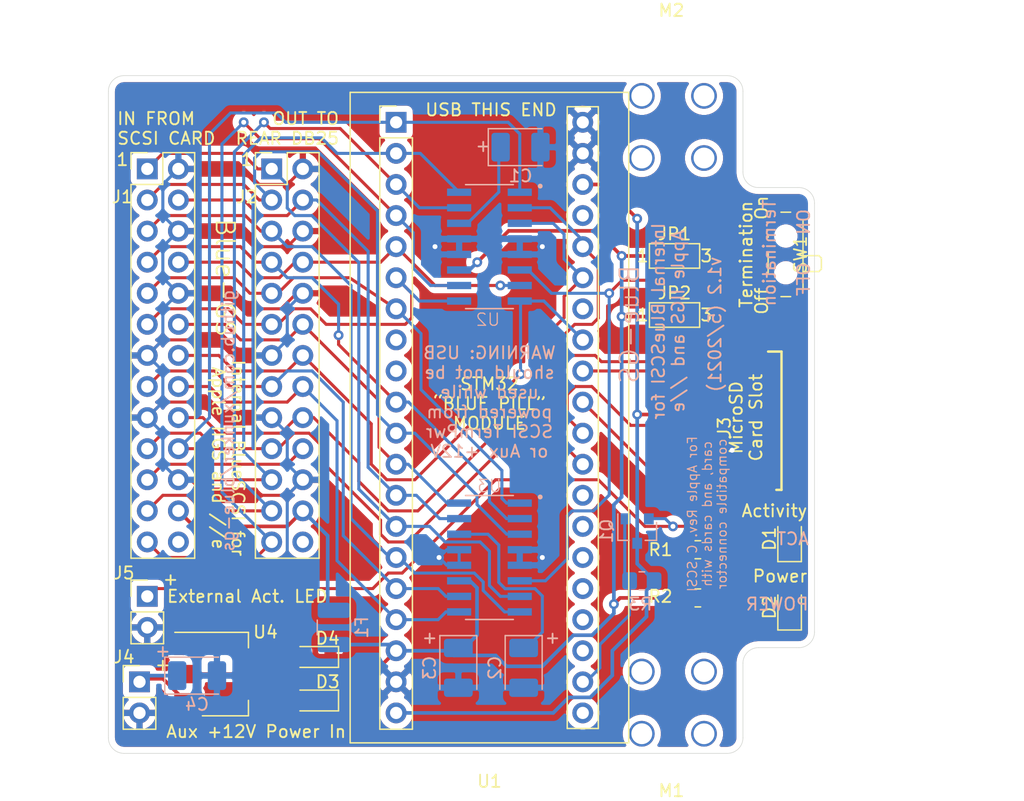
<source format=kicad_pcb>
(kicad_pcb (version 20171130) (host pcbnew "(5.1.8-0-10_14)")
  (layers (0 F.Cu signal) (31 B.Cu signal) (34 B.Paste user) (35 F.Paste user) (36 B.SilkS user) (37 F.SilkS user) (38 B.Mask user) (39 F.Mask user) (44 Edge.Cuts user))
  (net 0 "")
  (net 1 "Net-(U1-Pad37)")
  (net 2 "Net-(U1-Pad34)")
  (net 3 "Net-(U1-Pad8)")
  (net 4 "Net-(U1-Pad9)")
  (net 5 "Net-(U1-Pad28)")
  (net 6 "Net-(U1-Pad25)")
  (net 7 "Net-(U1-Pad24)")
  (net 8 "Net-(U1-Pad23)")
  (net 9 "Net-(U1-Pad21)")
  (net 10 "Net-(J1-Pad26)")
  (net 11 "Net-(J2-Pad26)")
  (net 12 +5V)
  (net 13 GND)
  (net 14 /SCSI_DB4)
  (net 15 /SCSI_DB2)
  (net 16 /SCSI_DB1)
  (net 17 /SCSI_DBP)
  (net 18 /SCSI_SEL)
  (net 19 /SCSI_ATN)
  (net 20 /SCSI_C_D)
  (net 21 /SCSI_DB7)
  (net 22 /SCSI_DB6)
  (net 23 /SCSI_DB5)
  (net 24 /SCSI_DB3)
  (net 25 /SCSI_DB0)
  (net 26 /SCSI_BSY)
  (net 27 /SCSI_ACK)
  (net 28 /SCSI_RST)
  (net 29 /SCSI_I_O)
  (net 30 /SCSI_MSG)
  (net 31 /SCSI_REQ)
  (net 32 /SD_MISO)
  (net 33 /SD_CSK)
  (net 34 +3V3)
  (net 35 /SD_MOSI)
  (net 36 /SD_CS)
  (net 37 "Net-(J3-Pad8)")
  (net 38 "Net-(J3-Pad1)")
  (net 39 "Net-(D2-Pad2)")
  (net 40 "Net-(C1-Pad1)")
  (net 41 "Net-(C2-Pad1)")
  (net 42 /TERM_DISC)
  (net 43 "Net-(D1-Pad1)")
  (net 44 /DEBUG_RX)
  (net 45 /DEBUG_TX)
  (net 46 "Net-(D4-Pad2)")
  (net 47 /+12V_AUX)
  (net 48 /TERM_EN)
  (net 49 /TERM_DIS)
  (net 50 /DISK_ACT)
  (net 51 /REG_OUT)
  (net 52 /SCSI_TERMPWR)
  (net 53 "Net-(D1-Pad2)")
  (module "my library:keystone-7774" (layer F.Cu) (at 180.721 53.721 180)
    (fp_text reference M2 (at 5.842 12.065) (layer F.SilkS))
    (fp_text value Screw_Terminal_01x01)
    (pad 1 thru_hole circle (at 8.26 5.08 180) (size 2.1 2.1) (drill 1.7) (layers *.Cu *.Mask))
    (pad 1 thru_hole circle (at 3.18 5.08 180) (size 2.1 2.1) (drill 1.7) (layers *.Cu *.Mask))
    (pad 1 thru_hole circle (at 8.26 0 180) (size 2.1 2.1) (drill 1.7) (layers *.Cu *.Mask))
    (pad 1 thru_hole circle (at 3.18 0 180) (size 2.1 2.1) (drill 1.7) (layers *.Cu *.Mask))
  )
  (module "my library:keystone-7774" (layer F.Cu) (at 180.721 100.761 180)
    (fp_text reference M1 (at 5.842 -4.649) (layer F.SilkS))
    (fp_text value Screw_Terminal_01x01)
    (pad 1 thru_hole circle (at 8.26 5.08 180) (size 2.1 2.1) (drill 1.7) (layers *.Cu *.Mask))
    (pad 1 thru_hole circle (at 3.18 5.08 180) (size 2.1 2.1) (drill 1.7) (layers *.Cu *.Mask))
    (pad 1 thru_hole circle (at 8.26 0 180) (size 2.1 2.1) (drill 1.7) (layers *.Cu *.Mask))
    (pad 1 thru_hole circle (at 3.18 0 180) (size 2.1 2.1) (drill 1.7) (layers *.Cu *.Mask))
  )
  (module Connector_PinHeader_2.54mm:PinHeader_1x02_P2.54mm_Vertical (layer F.Cu) (at 132.08 89.535)
    (fp_text reference J5 (at -1.905 -1.905 180) (layer F.SilkS))
    (fp_text value Conn_01x02_Male)
    (pad 2 thru_hole oval (at 0 2.54) (size 1.7 1.7) (drill 1) (layers *.Cu *.Mask) (net 13 GND))
    (pad 1 thru_hole rect (at 0 0) (size 1.7 1.7) (drill 1) (layers *.Cu *.Mask) (net 53 "Net-(D1-Pad2)"))
  )
  (module Resistor_SMD:R_0805_2012Metric_Pad1.20x1.40mm_HandSolder (layer B.Cu) (at 172.466 88.265 180)
    (fp_text reference R3 (at 0.127 -1.905) (layer B.SilkS) (effects (justify mirror)))
    (fp_text value 10K)
    (pad 2 smd roundrect (at 1 0 180) (size 1.2 1.4) (layers B.Cu B.Paste B.Mask) (roundrect_rratio 0.208333) (net 50 /DISK_ACT))
    (pad 1 smd roundrect (at -1 0 180) (size 1.2 1.4) (layers B.Cu B.Paste B.Mask) (roundrect_rratio 0.208333) (net 34 +3V3))
  )
  (module Package_TO_SOT_SMD:SOT-23 (layer B.Cu) (at 172.085 84.201 270)
    (fp_text reference Q1 (at 0 2.5 90) (layer B.SilkS) (effects (justify mirror)))
    (fp_text value Q_PMOS_GSD)
    (pad 3 smd rect (at 1 0 270) (size 0.9 0.8) (layers B.Cu B.Paste B.Mask) (net 34 +3V3))
    (pad 2 smd rect (at -1 -0.95 270) (size 0.9 0.8) (layers B.Cu B.Paste B.Mask) (net 53 "Net-(D1-Pad2)"))
    (pad 1 smd rect (at -1 0.95 270) (size 0.9 0.8) (layers B.Cu B.Paste B.Mask) (net 50 /DISK_ACT))
  )
  (module Fuse:Fuse_1210_3225Metric (layer B.Cu) (at 147.32 92.075 90)
    (fp_text reference F1 (at 0 2.28 270) (layer B.SilkS) (effects (justify mirror)))
    (fp_text value Fuse)
    (pad 2 smd roundrect (at 1.4 0 90) (size 1.25 2.65) (layers B.Cu B.Paste B.Mask) (roundrect_rratio 0.2) (net 52 /SCSI_TERMPWR))
    (pad 1 smd roundrect (at -1.4 0 90) (size 1.25 2.65) (layers B.Cu B.Paste B.Mask) (roundrect_rratio 0.2) (net 12 +5V))
  )
  (module Jumper:SolderJumper-3_P1.3mm_Open_Pad1.0x1.5mm_NumberLabels (layer F.Cu) (at 175.133 66.548)
    (fp_text reference JP2 (at 0 -1.8) (layer F.SilkS))
    (fp_text value Jumper_3_Open)
    (fp_text user 1 (at -2.6 0) (layer F.SilkS))
    (fp_text user 3 (at 2.6 0) (layer F.SilkS))
    (pad 1 smd rect (at -1.3 0) (size 1 1.5) (layers F.Cu F.Mask) (net 12 +5V))
    (pad 2 smd rect (at 0 0) (size 1 1.5) (layers F.Cu F.Mask) (net 49 /TERM_DIS))
    (pad 3 smd rect (at 1.3 0) (size 1 1.5) (layers F.Cu F.Mask) (net 13 GND))
  )
  (module Jumper:SolderJumper-3_P1.3mm_Open_Pad1.0x1.5mm_NumberLabels (layer F.Cu) (at 175.133 61.722)
    (fp_text reference JP1 (at 0 -1.8) (layer F.SilkS))
    (fp_text value Jumper_3_Open)
    (fp_text user 1 (at -2.6 0) (layer F.SilkS))
    (fp_text user 3 (at 2.6 0) (layer F.SilkS))
    (pad 1 smd rect (at -1.3 0) (size 1 1.5) (layers F.Cu F.Mask) (net 12 +5V))
    (pad 2 smd rect (at 0 0) (size 1 1.5) (layers F.Cu F.Mask) (net 48 /TERM_EN))
    (pad 3 smd rect (at 1.3 0) (size 1 1.5) (layers F.Cu F.Mask) (net 13 GND))
  )
  (module "Molex 105162-0001:105162-0001" (layer F.Cu) (at 177.419 75.184 90)
    (fp_text reference J3 (at -0.549 1.778 90) (layer F.SilkS))
    (fp_text value 105162-0001)
    (pad 15 smd rect (at -2.204 0.105 90) (size 2.91 0.55) (layers F.Cu F.Paste F.Mask))
    (pad 14 smd rect (at 1.986 0.105 90) (size 2.91 0.55) (layers F.Cu F.Paste F.Mask))
    (pad 13 smd rect (at -5.325 4.535 90) (size 1.05 2.39) (layers F.Cu F.Paste F.Mask) (net 13 GND))
    (pad 12 smd rect (at -5.325 1.35 90) (size 1.05 1.2) (layers F.Cu F.Paste F.Mask) (net 13 GND))
    (pad 11 smd rect (at 5.325 0.78 90) (size 1.05 1.2) (layers F.Cu F.Paste F.Mask) (net 13 GND))
    (pad 10 smd rect (at 5.325 3.39 90) (size 1.05 1.08) (layers F.Cu F.Paste F.Mask) (net 13 GND))
    (pad 9 smd rect (at 5.31 4.66 90) (size 0.72 0.78) (layers F.Cu F.Paste F.Mask) (net 13 GND))
    (pad 8 smd rect (at -4.15 7.34 90) (size 0.5 1) (layers F.Cu F.Paste F.Mask) (net 37 "Net-(J3-Pad8)"))
    (pad 7 smd rect (at -3.05 7.34 90) (size 0.5 1) (layers F.Cu F.Paste F.Mask) (net 32 /SD_MISO))
    (pad 6 smd rect (at -1.95 7.34 90) (size 0.5 1) (layers F.Cu F.Paste F.Mask) (net 13 GND))
    (pad 5 smd rect (at -0.85 7.34 90) (size 0.5 1) (layers F.Cu F.Paste F.Mask) (net 33 /SD_CSK))
    (pad 4 smd rect (at 0.25 7.34 90) (size 0.5 1) (layers F.Cu F.Paste F.Mask) (net 34 +3V3))
    (pad 3 smd rect (at 1.35 7.34 90) (size 0.5 1) (layers F.Cu F.Paste F.Mask) (net 35 /SD_MOSI))
    (pad 2 smd rect (at 2.45 7.34 90) (size 0.5 1) (layers F.Cu F.Paste F.Mask) (net 36 /SD_CS))
    (pad 1 smd rect (at 3.55 7.34 90) (size 0.5 1) (layers F.Cu F.Paste F.Mask) (net 38 "Net-(J3-Pad1)"))
  )
  (module Diode_SMD:D_SOD-323_HandSoldering (layer F.Cu) (at 145.796 94.488 180)
    (fp_text reference D4 (at -1.016 1.524) (layer F.SilkS))
    (fp_text value 1N5817,CUS08F30-H3F)
    (pad 2 smd rect (at 1.25 0 180) (size 1 1) (layers F.Cu F.Paste F.Mask) (net 46 "Net-(D4-Pad2)"))
    (pad 1 smd rect (at -1.25 0 180) (size 1 1) (layers F.Cu F.Paste F.Mask) (net 13 GND))
  )
  (module Diode_SMD:D_SOD-323_HandSoldering (layer F.Cu) (at 145.796 98.044 180)
    (fp_text reference D3 (at -1.016 1.524) (layer F.SilkS))
    (fp_text value 1N5817,1N5817,CUS08F30-H3F)
    (pad 2 smd rect (at 1.25 0 180) (size 1 1) (layers F.Cu F.Paste F.Mask) (net 51 /REG_OUT))
    (pad 1 smd rect (at -1.25 0 180) (size 1 1) (layers F.Cu F.Paste F.Mask) (net 12 +5V))
  )
  (module Package_TO_SOT_SMD:SOT-223-3_TabPin2 (layer F.Cu) (at 138.43 95.885)
    (fp_text reference U4 (at 3.302 -3.429) (layer F.SilkS))
    (fp_text value AMS1117-5.0)
    (pad 1 smd rect (at -3.15 -2.3) (size 2 1.5) (layers F.Cu F.Paste F.Mask) (net 46 "Net-(D4-Pad2)"))
    (pad 3 smd rect (at -3.15 2.3) (size 2 1.5) (layers F.Cu F.Paste F.Mask) (net 47 /+12V_AUX))
    (pad 2 smd rect (at -3.15 0) (size 2 1.5) (layers F.Cu F.Paste F.Mask) (net 51 /REG_OUT))
    (pad 2 smd rect (at 3.15 0) (size 2 3.8) (layers F.Cu F.Paste F.Mask) (net 51 /REG_OUT))
  )
  (module Connector_PinHeader_2.54mm:PinHeader_1x02_P2.54mm_Vertical (layer F.Cu) (at 131.445 96.52)
    (fp_text reference J4 (at -1.27 -2.032 180) (layer F.SilkS))
    (fp_text value Conn_01x02_Male)
    (pad 2 thru_hole oval (at 0 2.54) (size 1.7 1.7) (drill 1) (layers *.Cu *.Mask) (net 13 GND))
    (pad 1 thru_hole rect (at 0 0) (size 1.7 1.7) (drill 1) (layers *.Cu *.Mask) (net 47 /+12V_AUX))
  )
  (module Capacitor_Tantalum_SMD:CP_EIA-3528-21_Kemet-B_Pad1.50x2.35mm_HandSolder (layer B.Cu) (at 136.144 96.012)
    (fp_text reference C4 (at 0 2.35 180) (layer B.SilkS) (effects (justify mirror)))
    (fp_text value 10uF)
    (pad 2 smd roundrect (at 1.625 0) (size 1.5 2.35) (layers B.Cu B.Paste B.Mask) (roundrect_rratio 0.166667) (net 13 GND))
    (pad 1 smd roundrect (at -1.625 0) (size 1.5 2.35) (layers B.Cu B.Paste B.Mask) (roundrect_rratio 0.166667) (net 47 /+12V_AUX))
  )
  (module Button_Switch_SMD:SW_SPDT_PCM12 (layer F.Cu) (at 183.896 61.595 90)
    (fp_text reference SW1 (at 0 1.524 90) (layer F.SilkS))
    (fp_text value SW_SPDT)
    (pad "" smd rect (at -3.65 -0.78 90) (size 1 0.8) (layers F.Cu F.Paste F.Mask))
    (pad "" smd rect (at 3.65 -0.78 90) (size 1 0.8) (layers F.Cu F.Paste F.Mask))
    (pad "" smd rect (at 3.65 1.43 90) (size 1 0.8) (layers F.Cu F.Paste F.Mask))
    (pad "" smd rect (at -3.65 1.43 90) (size 1 0.8) (layers F.Cu F.Paste F.Mask))
    (pad 3 smd rect (at 2.25 -1.43 90) (size 0.7 1.5) (layers F.Cu F.Paste F.Mask) (net 48 /TERM_EN))
    (pad 2 smd rect (at 0.75 -1.43 90) (size 0.7 1.5) (layers F.Cu F.Paste F.Mask) (net 42 /TERM_DISC))
    (pad 1 smd rect (at -2.25 -1.43 90) (size 0.7 1.5) (layers F.Cu F.Paste F.Mask) (net 49 /TERM_DIS))
    (pad "" np_thru_hole circle (at 1.5 0.33 90) (size 0.9 0.9) (drill 0.9) (layers *.Cu *.Mask))
    (pad "" np_thru_hole circle (at -1.5 0.33 90) (size 0.9 0.9) (drill 0.9) (layers *.Cu *.Mask))
  )
  (module Capacitor_Tantalum_SMD:CP_EIA-3528-21_Kemet-B_Pad1.50x2.35mm_HandSolder (layer B.Cu) (at 157.48 95.377 270)
    (fp_text reference C3 (at 0 2.35 90) (layer B.SilkS) (effects (justify mirror)))
    (fp_text value "4.7uF, 6.3v")
    (pad 2 smd roundrect (at 1.625 0 270) (size 1.5 2.35) (layers B.Cu B.Paste B.Mask) (roundrect_rratio 0.166667) (net 13 GND))
    (pad 1 smd roundrect (at -1.625 0 270) (size 1.5 2.35) (layers B.Cu B.Paste B.Mask) (roundrect_rratio 0.166667) (net 12 +5V))
  )
  (module Capacitor_Tantalum_SMD:CP_EIA-3528-21_Kemet-B_Pad1.50x2.35mm_HandSolder (layer B.Cu) (at 162.814 95.377 270)
    (fp_text reference C2 (at 0 2.35 90) (layer B.SilkS) (effects (justify mirror)))
    (fp_text value "4.7uF, 6.3v")
    (pad 2 smd roundrect (at 1.625 0 270) (size 1.5 2.35) (layers B.Cu B.Paste B.Mask) (roundrect_rratio 0.166667) (net 13 GND))
    (pad 1 smd roundrect (at -1.625 0 270) (size 1.5 2.35) (layers B.Cu B.Paste B.Mask) (roundrect_rratio 0.166667) (net 41 "Net-(C2-Pad1)"))
  )
  (module Capacitor_Tantalum_SMD:CP_EIA-3528-21_Kemet-B_Pad1.50x2.35mm_HandSolder (layer B.Cu) (at 162.56 52.832)
    (fp_text reference C1 (at 0 2.35) (layer B.SilkS) (effects (justify mirror)))
    (fp_text value "4.7uF, 6.3v")
    (pad 2 smd roundrect (at 1.625 0) (size 1.5 2.35) (layers B.Cu B.Paste B.Mask) (roundrect_rratio 0.166667) (net 13 GND))
    (pad 1 smd roundrect (at -1.625 0) (size 1.5 2.35) (layers B.Cu B.Paste B.Mask) (roundrect_rratio 0.166667) (net 40 "Net-(C1-Pad1)"))
  )
  (module LED_SMD:LED_0805_2012Metric_Pad1.15x1.40mm_HandSolder (layer F.Cu) (at 184.531 90.424 90)
    (fp_text reference D2 (at 0 -1.65 90) (layer F.SilkS))
    (fp_text value LED)
    (pad 2 smd roundrect (at 1.025 0 90) (size 1.15 1.4) (layers F.Cu F.Paste F.Mask) (roundrect_rratio 0.217391) (net 39 "Net-(D2-Pad2)"))
    (pad 1 smd roundrect (at -1.025 0 90) (size 1.15 1.4) (layers F.Cu F.Paste F.Mask) (roundrect_rratio 0.217391) (net 13 GND))
  )
  (module LED_SMD:LED_0805_2012Metric_Pad1.15x1.40mm_HandSolder (layer F.Cu) (at 184.531 84.836 90)
    (fp_text reference D1 (at 0 -1.65 90) (layer F.SilkS))
    (fp_text value LED)
    (pad 2 smd roundrect (at 1.025 0 90) (size 1.15 1.4) (layers F.Cu F.Paste F.Mask) (roundrect_rratio 0.217391) (net 53 "Net-(D1-Pad2)"))
    (pad 1 smd roundrect (at -1.025 0 90) (size 1.15 1.4) (layers F.Cu F.Paste F.Mask) (roundrect_rratio 0.217391) (net 43 "Net-(D1-Pad1)"))
  )
  (module Resistor_SMD:R_0805_2012Metric_Pad1.20x1.40mm_HandSolder (layer F.Cu) (at 177.038 89.662 180)
    (fp_text reference R2 (at 3.048 0.127) (layer F.SilkS))
    (fp_text value 1K)
    (pad 2 smd roundrect (at 1 0 180) (size 1.2 1.4) (layers F.Cu F.Paste F.Mask) (roundrect_rratio 0.208333) (net 12 +5V))
    (pad 1 smd roundrect (at -1 0 180) (size 1.2 1.4) (layers F.Cu F.Paste F.Mask) (roundrect_rratio 0.208333) (net 39 "Net-(D2-Pad2)"))
  )
  (module Resistor_SMD:R_0805_2012Metric_Pad1.20x1.40mm_HandSolder (layer F.Cu) (at 177.038 85.725)
    (fp_text reference R1 (at -3.048 0) (layer F.SilkS))
    (fp_text value 470)
    (pad 2 smd roundrect (at 1 0) (size 1.2 1.4) (layers F.Cu F.Paste F.Mask) (roundrect_rratio 0.208333) (net 43 "Net-(D1-Pad1)"))
    (pad 1 smd roundrect (at -1 0) (size 1.2 1.4) (layers F.Cu F.Paste F.Mask) (roundrect_rratio 0.208333) (net 13 GND))
  )
  (module Connector_PinHeader_2.54mm:PinHeader_2x13_P2.54mm_Vertical (layer F.Cu) (at 142.24 54.61)
    (fp_text reference J2 (at -2.032 2.286) (layer F.SilkS))
    (fp_text value Conn_02x13_Odd_Even)
    (pad 26 thru_hole oval (at 2.54 30.48) (size 1.7 1.7) (drill 1) (layers *.Cu *.Mask) (net 11 "Net-(J2-Pad26)"))
    (pad 25 thru_hole oval (at 0 30.48) (size 1.7 1.7) (drill 1) (layers *.Cu *.Mask) (net 21 /SCSI_DB7))
    (pad 24 thru_hole oval (at 2.54 27.94) (size 1.7 1.7) (drill 1) (layers *.Cu *.Mask) (net 52 /SCSI_TERMPWR))
    (pad 23 thru_hole oval (at 0 27.94) (size 1.7 1.7) (drill 1) (layers *.Cu *.Mask) (net 22 /SCSI_DB6))
    (pad 22 thru_hole oval (at 2.54 25.4) (size 1.7 1.7) (drill 1) (layers *.Cu *.Mask) (net 13 GND))
    (pad 21 thru_hole oval (at 0 25.4) (size 1.7 1.7) (drill 1) (layers *.Cu *.Mask) (net 23 /SCSI_DB5))
    (pad 20 thru_hole oval (at 2.54 22.86) (size 1.7 1.7) (drill 1) (layers *.Cu *.Mask) (net 14 /SCSI_DB4))
    (pad 19 thru_hole oval (at 0 22.86) (size 1.7 1.7) (drill 1) (layers *.Cu *.Mask) (net 24 /SCSI_DB3))
    (pad 18 thru_hole oval (at 2.54 20.32) (size 1.7 1.7) (drill 1) (layers *.Cu *.Mask) (net 15 /SCSI_DB2))
    (pad 17 thru_hole oval (at 0 20.32) (size 1.7 1.7) (drill 1) (layers *.Cu *.Mask) (net 13 GND))
    (pad 16 thru_hole oval (at 2.54 17.78) (size 1.7 1.7) (drill 1) (layers *.Cu *.Mask) (net 16 /SCSI_DB1))
    (pad 15 thru_hole oval (at 0 17.78) (size 1.7 1.7) (drill 1) (layers *.Cu *.Mask) (net 25 /SCSI_DB0))
    (pad 14 thru_hole oval (at 2.54 15.24) (size 1.7 1.7) (drill 1) (layers *.Cu *.Mask) (net 17 /SCSI_DBP))
    (pad 13 thru_hole oval (at 0 15.24) (size 1.7 1.7) (drill 1) (layers *.Cu *.Mask) (net 13 GND))
    (pad 12 thru_hole oval (at 2.54 12.7) (size 1.7 1.7) (drill 1) (layers *.Cu *.Mask) (net 18 /SCSI_SEL))
    (pad 11 thru_hole oval (at 0 12.7) (size 1.7 1.7) (drill 1) (layers *.Cu *.Mask) (net 26 /SCSI_BSY))
    (pad 10 thru_hole oval (at 2.54 10.16) (size 1.7 1.7) (drill 1) (layers *.Cu *.Mask) (net 13 GND))
    (pad 9 thru_hole oval (at 0 10.16) (size 1.7 1.7) (drill 1) (layers *.Cu *.Mask) (net 27 /SCSI_ACK))
    (pad 8 thru_hole oval (at 2.54 7.62) (size 1.7 1.7) (drill 1) (layers *.Cu *.Mask) (net 19 /SCSI_ATN))
    (pad 7 thru_hole oval (at 0 7.62) (size 1.7 1.7) (drill 1) (layers *.Cu *.Mask) (net 28 /SCSI_RST))
    (pad 6 thru_hole oval (at 2.54 5.08) (size 1.7 1.7) (drill 1) (layers *.Cu *.Mask) (net 13 GND))
    (pad 5 thru_hole oval (at 0 5.08) (size 1.7 1.7) (drill 1) (layers *.Cu *.Mask) (net 29 /SCSI_I_O))
    (pad 4 thru_hole oval (at 2.54 2.54) (size 1.7 1.7) (drill 1) (layers *.Cu *.Mask) (net 20 /SCSI_C_D))
    (pad 3 thru_hole oval (at 0 2.54) (size 1.7 1.7) (drill 1) (layers *.Cu *.Mask) (net 30 /SCSI_MSG))
    (pad 2 thru_hole oval (at 2.54 0) (size 1.7 1.7) (drill 1) (layers *.Cu *.Mask) (net 13 GND))
    (pad 1 thru_hole rect (at 0 0) (size 1.7 1.7) (drill 1) (layers *.Cu *.Mask) (net 31 /SCSI_REQ))
  )
  (module "my library:YAAJ_BluePill_2" (layer F.Cu) (at 152.4 50.8)
    (fp_text reference U1 (at 7.62 53.848) (layer F.SilkS))
    (fp_text value YAAJ_BluePill hide)
    (pad 40 thru_hole circle (at 15.24 0) (size 1.7 1.7) (drill 1) (layers *.Cu *.Mask) (net 13 GND))
    (pad 1 thru_hole rect (at 0 0) (size 1.7 1.7) (drill 1) (layers *.Cu *.Mask) (net 14 /SCSI_DB4))
    (pad 39 thru_hole circle (at 15.24 2.54) (size 1.7 1.7) (drill 1) (layers *.Cu *.Mask) (net 13 GND))
    (pad 2 thru_hole circle (at 0 2.54) (size 1.7 1.7) (drill 1) (layers *.Cu *.Mask) (net 23 /SCSI_DB5))
    (pad 38 thru_hole circle (at 15.24 5.08) (size 1.7 1.7) (drill 1) (layers *.Cu *.Mask) (net 34 +3V3))
    (pad 3 thru_hole circle (at 0 5.08) (size 1.7 1.7) (drill 1) (layers *.Cu *.Mask) (net 22 /SCSI_DB6))
    (pad 37 thru_hole circle (at 15.24 7.62) (size 1.7 1.7) (drill 1) (layers *.Cu *.Mask) (net 1 "Net-(U1-Pad37)"))
    (pad 4 thru_hole circle (at 0 7.62) (size 1.7 1.7) (drill 1) (layers *.Cu *.Mask) (net 21 /SCSI_DB7))
    (pad 36 thru_hole circle (at 15.24 10.16) (size 1.7 1.7) (drill 1) (layers *.Cu *.Mask) (net 24 /SCSI_DB3))
    (pad 5 thru_hole circle (at 0 10.16) (size 1.7 1.7) (drill 1) (layers *.Cu *.Mask) (net 19 /SCSI_ATN))
    (pad 35 thru_hole circle (at 15.24 12.7) (size 1.7 1.7) (drill 1) (layers *.Cu *.Mask) (net 15 /SCSI_DB2))
    (pad 6 thru_hole circle (at 0 12.7) (size 1.7 1.7) (drill 1) (layers *.Cu *.Mask) (net 26 /SCSI_BSY))
    (pad 34 thru_hole circle (at 15.24 15.24) (size 1.7 1.7) (drill 1) (layers *.Cu *.Mask) (net 2 "Net-(U1-Pad34)"))
    (pad 7 thru_hole circle (at 0 15.24) (size 1.7 1.7) (drill 1) (layers *.Cu *.Mask) (net 27 /SCSI_ACK))
    (pad 33 thru_hole circle (at 15.24 17.78) (size 1.7 1.7) (drill 1) (layers *.Cu *.Mask) (net 17 /SCSI_DBP))
    (pad 8 thru_hole circle (at 0 17.78) (size 1.7 1.7) (drill 1) (layers *.Cu *.Mask) (net 3 "Net-(U1-Pad8)"))
    (pad 32 thru_hole circle (at 15.24 20.32) (size 1.7 1.7) (drill 1) (layers *.Cu *.Mask) (net 35 /SD_MOSI))
    (pad 9 thru_hole circle (at 0 20.32) (size 1.7 1.7) (drill 1) (layers *.Cu *.Mask) (net 4 "Net-(U1-Pad9)"))
    (pad 31 thru_hole circle (at 15.24 22.86) (size 1.7 1.7) (drill 1) (layers *.Cu *.Mask) (net 32 /SD_MISO))
    (pad 10 thru_hole circle (at 0 22.86) (size 1.7 1.7) (drill 1) (layers *.Cu *.Mask) (net 28 /SCSI_RST))
    (pad 30 thru_hole circle (at 15.24 25.4) (size 1.7 1.7) (drill 1) (layers *.Cu *.Mask) (net 33 /SD_CSK))
    (pad 11 thru_hole circle (at 0 25.4) (size 1.7 1.7) (drill 1) (layers *.Cu *.Mask) (net 30 /SCSI_MSG))
    (pad 29 thru_hole circle (at 15.24 27.94) (size 1.7 1.7) (drill 1) (layers *.Cu *.Mask) (net 36 /SD_CS))
    (pad 12 thru_hole circle (at 0 27.94) (size 1.7 1.7) (drill 1) (layers *.Cu *.Mask) (net 18 /SCSI_SEL))
    (pad 28 thru_hole circle (at 15.24 30.48) (size 1.7 1.7) (drill 1) (layers *.Cu *.Mask) (net 5 "Net-(U1-Pad28)"))
    (pad 13 thru_hole circle (at 0 30.48) (size 1.7 1.7) (drill 1) (layers *.Cu *.Mask) (net 20 /SCSI_C_D))
    (pad 27 thru_hole circle (at 15.24 33.02) (size 1.7 1.7) (drill 1) (layers *.Cu *.Mask) (net 44 /DEBUG_RX))
    (pad 14 thru_hole circle (at 0 33.02) (size 1.7 1.7) (drill 1) (layers *.Cu *.Mask) (net 31 /SCSI_REQ))
    (pad 26 thru_hole circle (at 15.24 35.56) (size 1.7 1.7) (drill 1) (layers *.Cu *.Mask) (net 45 /DEBUG_TX))
    (pad 15 thru_hole circle (at 0 35.56) (size 1.7 1.7) (drill 1) (layers *.Cu *.Mask) (net 29 /SCSI_I_O))
    (pad 25 thru_hole circle (at 15.24 38.1) (size 1.7 1.7) (drill 1) (layers *.Cu *.Mask) (net 6 "Net-(U1-Pad25)"))
    (pad 16 thru_hole circle (at 0 38.1) (size 1.7 1.7) (drill 1) (layers *.Cu *.Mask) (net 25 /SCSI_DB0))
    (pad 24 thru_hole circle (at 15.24 40.64) (size 1.7 1.7) (drill 1) (layers *.Cu *.Mask) (net 7 "Net-(U1-Pad24)"))
    (pad 17 thru_hole circle (at 0 40.64) (size 1.7 1.7) (drill 1) (layers *.Cu *.Mask) (net 16 /SCSI_DB1))
    (pad 23 thru_hole circle (at 15.24 43.18) (size 1.7 1.7) (drill 1) (layers *.Cu *.Mask) (net 8 "Net-(U1-Pad23)"))
    (pad 18 thru_hole circle (at 0 43.18) (size 1.7 1.7) (drill 1) (layers *.Cu *.Mask) (net 12 +5V))
    (pad 22 thru_hole circle (at 15.24 45.72) (size 1.7 1.7) (drill 1) (layers *.Cu *.Mask) (net 50 /DISK_ACT))
    (pad 19 thru_hole circle (at 0 45.72) (size 1.7 1.7) (drill 1) (layers *.Cu *.Mask) (net 13 GND))
    (pad 21 thru_hole circle (at 15.24 48.26) (size 1.7 1.7) (drill 1) (layers *.Cu *.Mask) (net 9 "Net-(U1-Pad21)"))
    (pad 20 thru_hole circle (at 0 48.26) (size 1.7 1.7) (drill 1) (layers *.Cu *.Mask) (net 34 +3V3))
  )
  (module "my library:SOIC127P600X175-16N" (layer B.Cu) (at 160.02 86.36 180)
    (fp_text reference U3 (at 0 5.842) (layer B.SilkS) (effects (font (thickness 0.1)) (justify mirror)))
    (fp_text value "UC560x, UCC56xx")
    (pad 1 smd rect (at -2.475 4.445 180) (size 1.97 0.6) (layers B.Cu B.Paste B.Mask) (net 27 /SCSI_ACK))
    (pad 2 smd rect (at -2.475 3.175 180) (size 1.97 0.6) (layers B.Cu B.Paste B.Mask) (net 28 /SCSI_RST))
    (pad 3 smd rect (at -2.475 1.905 180) (size 1.97 0.6) (layers B.Cu B.Paste B.Mask) (net 30 /SCSI_MSG))
    (pad 4 smd rect (at -2.475 0.635 180) (size 1.97 0.6) (layers B.Cu B.Paste B.Mask) (net 13 GND))
    (pad 5 smd rect (at -2.475 -0.635 180) (size 1.97 0.6) (layers B.Cu B.Paste B.Mask) (net 13 GND))
    (pad 6 smd rect (at -2.475 -1.905 180) (size 1.97 0.6) (layers B.Cu B.Paste B.Mask) (net 42 /TERM_DISC))
    (pad 7 smd rect (at -2.475 -3.175 180) (size 1.97 0.6) (layers B.Cu B.Paste B.Mask) (net 31 /SCSI_REQ))
    (pad 8 smd rect (at -2.475 -4.445 180) (size 1.97 0.6) (layers B.Cu B.Paste B.Mask) (net 29 /SCSI_I_O))
    (pad 9 smd rect (at 2.475 -4.445 180) (size 1.97 0.6) (layers B.Cu B.Paste B.Mask) (net 16 /SCSI_DB1))
    (pad 10 smd rect (at 2.475 -3.175 180) (size 1.97 0.6) (layers B.Cu B.Paste B.Mask) (net 25 /SCSI_DB0))
    (pad 11 smd rect (at 2.475 -1.905 180) (size 1.97 0.6) (layers B.Cu B.Paste B.Mask) (net 12 +5V))
    (pad 12 smd rect (at 2.475 -0.635 180) (size 1.97 0.6) (layers B.Cu B.Paste B.Mask) (net 13 GND))
    (pad 13 smd rect (at 2.475 0.635 180) (size 1.97 0.6) (layers B.Cu B.Paste B.Mask) (net 13 GND))
    (pad 14 smd rect (at 2.475 1.905 180) (size 1.97 0.6) (layers B.Cu B.Paste B.Mask) (net 41 "Net-(C2-Pad1)"))
    (pad 15 smd rect (at 2.475 3.175 180) (size 1.97 0.6) (layers B.Cu B.Paste B.Mask) (net 20 /SCSI_C_D))
    (pad 16 smd rect (at 2.475 4.445 180) (size 1.97 0.6) (layers B.Cu B.Paste B.Mask) (net 18 /SCSI_SEL))
  )
  (module "my library:SOIC127P600X175-16N" (layer B.Cu) (at 160.02 60.96 180)
    (fp_text reference U2 (at 0.127 -5.969) (layer B.SilkS) (effects (font (thickness 0.1)) (justify mirror)))
    (fp_text value "UC560x, UCC56xx")
    (pad 1 smd rect (at -2.475 4.445 180) (size 1.97 0.6) (layers B.Cu B.Paste B.Mask) (net 14 /SCSI_DB4))
    (pad 2 smd rect (at -2.475 3.175 180) (size 1.97 0.6) (layers B.Cu B.Paste B.Mask) (net 24 /SCSI_DB3))
    (pad 3 smd rect (at -2.475 1.905 180) (size 1.97 0.6) (layers B.Cu B.Paste B.Mask) (net 15 /SCSI_DB2))
    (pad 4 smd rect (at -2.475 0.635 180) (size 1.97 0.6) (layers B.Cu B.Paste B.Mask) (net 13 GND))
    (pad 5 smd rect (at -2.475 -0.635 180) (size 1.97 0.6) (layers B.Cu B.Paste B.Mask) (net 13 GND))
    (pad 6 smd rect (at -2.475 -1.905 180) (size 1.97 0.6) (layers B.Cu B.Paste B.Mask) (net 42 /TERM_DISC))
    (pad 7 smd rect (at -2.475 -3.175 180) (size 1.97 0.6) (layers B.Cu B.Paste B.Mask) (net 19 /SCSI_ATN))
    (pad 8 smd rect (at -2.475 -4.445 180) (size 1.97 0.6) (layers B.Cu B.Paste B.Mask) (net 17 /SCSI_DBP))
    (pad 9 smd rect (at 2.475 -4.445 180) (size 1.97 0.6) (layers B.Cu B.Paste B.Mask) (net 26 /SCSI_BSY))
    (pad 10 smd rect (at 2.475 -3.175 180) (size 1.97 0.6) (layers B.Cu B.Paste B.Mask) (net 21 /SCSI_DB7))
    (pad 11 smd rect (at 2.475 -1.905 180) (size 1.97 0.6) (layers B.Cu B.Paste B.Mask) (net 12 +5V))
    (pad 12 smd rect (at 2.475 -0.635 180) (size 1.97 0.6) (layers B.Cu B.Paste B.Mask) (net 13 GND))
    (pad 13 smd rect (at 2.475 0.635 180) (size 1.97 0.6) (layers B.Cu B.Paste B.Mask) (net 13 GND))
    (pad 14 smd rect (at 2.475 1.905 180) (size 1.97 0.6) (layers B.Cu B.Paste B.Mask) (net 40 "Net-(C1-Pad1)"))
    (pad 15 smd rect (at 2.475 3.175 180) (size 1.97 0.6) (layers B.Cu B.Paste B.Mask) (net 22 /SCSI_DB6))
    (pad 16 smd rect (at 2.475 4.445 180) (size 1.97 0.6) (layers B.Cu B.Paste B.Mask) (net 23 /SCSI_DB5))
  )
  (module Connector_PinHeader_2.54mm:PinHeader_2x13_P2.54mm_Vertical (layer F.Cu) (at 132.08 54.61)
    (fp_text reference J1 (at -2.032 2.286) (layer F.SilkS))
    (fp_text value Conn_02x13_Odd_Even)
    (pad 26 thru_hole oval (at 2.54 30.48) (size 1.7 1.7) (drill 1) (layers *.Cu *.Mask) (net 10 "Net-(J1-Pad26)"))
    (pad 25 thru_hole oval (at 0 30.48) (size 1.7 1.7) (drill 1) (layers *.Cu *.Mask) (net 21 /SCSI_DB7))
    (pad 24 thru_hole oval (at 2.54 27.94) (size 1.7 1.7) (drill 1) (layers *.Cu *.Mask) (net 52 /SCSI_TERMPWR))
    (pad 23 thru_hole oval (at 0 27.94) (size 1.7 1.7) (drill 1) (layers *.Cu *.Mask) (net 22 /SCSI_DB6))
    (pad 22 thru_hole oval (at 2.54 25.4) (size 1.7 1.7) (drill 1) (layers *.Cu *.Mask) (net 13 GND))
    (pad 21 thru_hole oval (at 0 25.4) (size 1.7 1.7) (drill 1) (layers *.Cu *.Mask) (net 23 /SCSI_DB5))
    (pad 20 thru_hole oval (at 2.54 22.86) (size 1.7 1.7) (drill 1) (layers *.Cu *.Mask) (net 14 /SCSI_DB4))
    (pad 19 thru_hole oval (at 0 22.86) (size 1.7 1.7) (drill 1) (layers *.Cu *.Mask) (net 24 /SCSI_DB3))
    (pad 18 thru_hole oval (at 2.54 20.32) (size 1.7 1.7) (drill 1) (layers *.Cu *.Mask) (net 15 /SCSI_DB2))
    (pad 17 thru_hole oval (at 0 20.32) (size 1.7 1.7) (drill 1) (layers *.Cu *.Mask) (net 13 GND))
    (pad 16 thru_hole oval (at 2.54 17.78) (size 1.7 1.7) (drill 1) (layers *.Cu *.Mask) (net 16 /SCSI_DB1))
    (pad 15 thru_hole oval (at 0 17.78) (size 1.7 1.7) (drill 1) (layers *.Cu *.Mask) (net 25 /SCSI_DB0))
    (pad 14 thru_hole oval (at 2.54 15.24) (size 1.7 1.7) (drill 1) (layers *.Cu *.Mask) (net 17 /SCSI_DBP))
    (pad 13 thru_hole oval (at 0 15.24) (size 1.7 1.7) (drill 1) (layers *.Cu *.Mask) (net 13 GND))
    (pad 12 thru_hole oval (at 2.54 12.7) (size 1.7 1.7) (drill 1) (layers *.Cu *.Mask) (net 18 /SCSI_SEL))
    (pad 11 thru_hole oval (at 0 12.7) (size 1.7 1.7) (drill 1) (layers *.Cu *.Mask) (net 26 /SCSI_BSY))
    (pad 10 thru_hole oval (at 2.54 10.16) (size 1.7 1.7) (drill 1) (layers *.Cu *.Mask) (net 13 GND))
    (pad 9 thru_hole oval (at 0 10.16) (size 1.7 1.7) (drill 1) (layers *.Cu *.Mask) (net 27 /SCSI_ACK))
    (pad 8 thru_hole oval (at 2.54 7.62) (size 1.7 1.7) (drill 1) (layers *.Cu *.Mask) (net 19 /SCSI_ATN))
    (pad 7 thru_hole oval (at 0 7.62) (size 1.7 1.7) (drill 1) (layers *.Cu *.Mask) (net 28 /SCSI_RST))
    (pad 6 thru_hole oval (at 2.54 5.08) (size 1.7 1.7) (drill 1) (layers *.Cu *.Mask) (net 13 GND))
    (pad 5 thru_hole oval (at 0 5.08) (size 1.7 1.7) (drill 1) (layers *.Cu *.Mask) (net 29 /SCSI_I_O))
    (pad 4 thru_hole oval (at 2.54 2.54) (size 1.7 1.7) (drill 1) (layers *.Cu *.Mask) (net 20 /SCSI_C_D))
    (pad 3 thru_hole oval (at 0 2.54) (size 1.7 1.7) (drill 1) (layers *.Cu *.Mask) (net 30 /SCSI_MSG))
    (pad 2 thru_hole oval (at 2.54 0) (size 1.7 1.7) (drill 1) (layers *.Cu *.Mask) (net 13 GND))
    (pad 1 thru_hole rect (at 0 0) (size 1.7 1.7) (drill 1) (layers *.Cu *.Mask) (net 31 /SCSI_REQ))
  )
  (gr_text "External Act. LED" (at 133.604 89.535) (layer F.SilkS) (effects (font (size 1 1)) (justify left)))
  (gr_text + (at 133.985 88.265 180) (layer F.SilkS) (effects (font (size 1 1))))
  (gr_text Blue-GS (at 138.43 63.5 270) (layer F.SilkS) (effects (font (size 1.5 1.5))))
  (gr_text "v1.2 (5/2021)" (at 178.435 67.31 90) (layer B.SilkS) (effects (font (size 1 1)) (justify mirror)))
  (gr_text Blue-GS (at 171.45 67.31 90) (layer B.SilkS) (effects (font (size 1.5 1.5)) (justify mirror)))
  (gr_text + (at 133.35 95.25 180) (layer F.SilkS) (effects (font (size 1 1))))
  (gr_text + (at 133.35 93.98) (layer B.SilkS) (effects (font (size 1 1)) (justify mirror)))
  (gr_text "Aux +12V Power In" (at 140.97 100.584) (layer F.SilkS) (effects (font (size 1 1))))
  (gr_text "Internal BlueSCSI for\nApple IIGS and //e" (at 174.625 67.056 90) (layer B.SilkS) (effects (font (size 1 1)) (justify mirror)))
  (gr_arc (start 181.991 94.996) (end 181.991 93.726) (angle -90) (layer Edge.Cuts) (width 0.05))
  (gr_arc (start 181.991 54.864) (end 180.721 54.864) (angle -90) (layer Edge.Cuts) (width 0.05))
  (gr_arc (start 185.293 57.404) (end 186.563 57.404) (angle -90) (layer Edge.Cuts) (width 0.05))
  (gr_arc (start 185.293 92.456) (end 185.293 93.726) (angle -90) (layer Edge.Cuts) (width 0.05))
  (gr_arc (start 130.175 101.092) (end 128.905 101.092) (angle -90) (layer Edge.Cuts) (width 0.05))
  (gr_arc (start 179.451 101.092) (end 179.451 102.362) (angle -90) (layer Edge.Cuts) (width 0.05))
  (gr_arc (start 179.451 48.26) (end 180.721 48.26) (angle -90) (layer Edge.Cuts) (width 0.05))
  (gr_arc (start 130.175 48.26) (end 130.175 46.99) (angle -90) (layer Edge.Cuts) (width 0.05))
  (gr_text "WARNING: USB\nshould not be\nused while\npowered from\nSCSI TermPwr\nor Aux +12V" (at 160.02 73.66) (layer B.SilkS) (effects (font (size 1 1)) (justify mirror)))
  (gr_line (start 181.991 93.726) (end 185.293 93.726) (layer Edge.Cuts) (width 0.05))
  (gr_line (start 180.721 94.996) (end 180.721 101.092) (layer Edge.Cuts) (width 0.05))
  (gr_line (start 181.991 56.134) (end 185.293 56.134) (layer Edge.Cuts) (width 0.05))
  (gr_line (start 180.721 48.26) (end 180.721 54.864) (layer Edge.Cuts) (width 0.05))
  (gr_text "For Apple Rev. C SCSI\ncard, and cards with\ncompatible connector" (at 177.8 82.804 90) (layer B.SilkS) (effects (font (size 0.75 0.75) (thickness 0.1)) (justify mirror)))
  (gr_text "MicroSD\nCard Slot" (at 180.975 74.93 90) (layer F.SilkS) (effects (font (size 1 1))))
  (gr_text Off (at 182.245 65.405 90) (layer F.SilkS) (effects (font (size 1 1))))
  (gr_text On (at 182.245 57.785 90) (layer F.SilkS) (effects (font (size 1 1))))
  (gr_text Termination (at 180.975 61.595 90) (layer F.SilkS) (effects (font (size 1 1))))
  (gr_text Power (at 186.055 87.884) (layer F.SilkS) (effects (font (size 1 1)) (justify right)))
  (gr_text Activity (at 186.055 82.55) (layer F.SilkS) (effects (font (size 1 1)) (justify right)))
  (gr_text github.com/xunker/blue-gs (at 138.684 75.184 90) (layer B.SilkS) (effects (font (size 1 1)) (justify mirror)))
  (gr_text "Internal BlueSCSI for\nApple IIGS and //e\n" (at 138.684 78.232 270) (layer F.SilkS) (effects (font (size 1 1))))
  (gr_text + (at 155.067 92.964 90) (layer B.SilkS) (effects (font (size 1 1)) (justify mirror)))
  (gr_text + (at 165.1 92.964 90) (layer B.SilkS) (effects (font (size 1 1)) (justify mirror)))
  (gr_text + (at 159.512 52.705) (layer B.SilkS) (effects (font (size 1 1)) (justify mirror)))
  (gr_text "ON   OFF" (at 185.674 61.468 90) (layer B.SilkS) (effects (font (size 1 1)) (justify mirror)))
  (gr_text POWER (at 183.515 90.17) (layer B.SilkS) (effects (font (size 1 1)) (justify mirror)))
  (gr_text ACT (at 184.785 84.836) (layer B.SilkS) (effects (font (size 1 1)) (justify mirror)))
  (gr_text Termination (at 182.88 61.468 90) (layer B.SilkS) (effects (font (size 1 1)) (justify mirror)))
  (gr_text "STM32\n“BLUE PILL”\nMODULE" (at 160.02 73.787) (layer F.SilkS) (effects (font (size 1 1))))
  (gr_text 1 (at 130.048 53.848) (layer F.SilkS) (effects (font (size 1 1))))
  (gr_text 1 (at 140.208 53.848) (layer F.SilkS) (effects (font (size 1 1))))
  (gr_text "USB THIS END" (at 160.147 49.784) (layer F.SilkS) (effects (font (size 1 1))))
  (gr_text "OUT TO\nREAR DB25\n" (at 147.828 51.308) (layer F.SilkS) (effects (font (size 1 1)) (justify right)))
  (gr_text "IN FROM\nSCSI CARD" (at 129.54 51.308) (layer F.SilkS) (effects (font (size 1 1)) (justify left)))
  (gr_line (start 130.175 46.99) (end 179.451 46.99) (layer Edge.Cuts) (width 0.05))
  (gr_line (start 128.905 101.092) (end 128.905 48.26) (layer Edge.Cuts) (width 0.05))
  (gr_line (start 179.451 102.362) (end 130.175 102.362) (layer Edge.Cuts) (width 0.05))
  (gr_line (start 186.563 57.404) (end 186.563 92.456) (layer Edge.Cuts) (width 0.05))
  (via (at 159.02532 62.233641) (size 0.8) (drill 0.4) (layers F.Cu B.Cu) (net 12))
  (segment (start 157.545 62.865) (end 158.393961 62.865) (width 0.3) (layer B.Cu) (net 12))
  (segment (start 158.393961 62.865) (end 159.02532 62.233641) (width 0.3) (layer B.Cu) (net 12))
  (segment (start 159.004 92.71) (end 157.734 93.98) (width 0.3) (layer B.Cu) (net 12))
  (segment (start 159.004 88.8425) (end 159.004 92.71) (width 0.3) (layer B.Cu) (net 12))
  (segment (start 157.734 93.98) (end 152.4 93.98) (width 0.3) (layer B.Cu) (net 12))
  (segment (start 158.4265 88.265) (end 159.004 88.8425) (width 0.3) (layer B.Cu) (net 12))
  (segment (start 157.545 88.265) (end 158.4265 88.265) (width 0.3) (layer B.Cu) (net 12))
  (segment (start 148.336 98.044) (end 152.4 93.98) (width 0.3) (layer F.Cu) (net 12))
  (segment (start 147.046 98.044) (end 148.336 98.044) (width 0.3) (layer F.Cu) (net 12))
  (segment (start 161.58796 59.671001) (end 168.764001 59.671001) (width 0.3) (layer F.Cu) (net 12))
  (segment (start 173.833 61.722) (end 170.815 61.722) (width 0.3) (layer F.Cu) (net 12))
  (segment (start 159.02532 62.233641) (end 161.58796 59.671001) (width 0.3) (layer F.Cu) (net 12))
  (segment (start 168.764001 59.671001) (end 170.815 61.722) (width 0.3) (layer F.Cu) (net 12))
  (via (at 170.815 61.722) (size 0.8) (drill 0.4) (layers F.Cu B.Cu) (net 12))
  (segment (start 147.955 93.475) (end 151.895 93.475) (width 0.3) (layer B.Cu) (net 12))
  (segment (start 151.895 93.475) (end 152.4 93.98) (width 0.3) (layer B.Cu) (net 12))
  (segment (start 170.814998 66.675) (end 170.814998 61.722002) (width 0.3) (layer B.Cu) (net 12))
  (segment (start 173.579 66.675) (end 170.814998 66.675) (width 0.3) (layer F.Cu) (net 12))
  (segment (start 170.814998 61.722002) (end 170.815 61.722) (width 0.3) (layer B.Cu) (net 12))
  (segment (start 173.833 66.421) (end 173.579 66.675) (width 0.3) (layer F.Cu) (net 12))
  (via (at 170.814998 66.675) (size 0.8) (drill 0.4) (layers F.Cu B.Cu) (net 12))
  (segment (start 176.038 89.662) (end 170.688 89.662) (width 0.3) (layer F.Cu) (net 12))
  (segment (start 170.688 89.662) (end 170.18 90.17) (width 0.3) (layer F.Cu) (net 12))
  (via (at 170.18 90.17) (size 0.8) (drill 0.4) (layers F.Cu B.Cu) (net 12))
  (segment (start 170.814998 81.407002) (end 170.814998 66.675) (width 0.3) (layer B.Cu) (net 12))
  (segment (start 170.18 82.042) (end 170.814998 81.407002) (width 0.3) (layer B.Cu) (net 12))
  (segment (start 170.18 90.17) (end 170.18 82.042) (width 0.3) (layer B.Cu) (net 12))
  (segment (start 157.1125 94.361) (end 156.718 93.9665) (width 0.3) (layer B.Cu) (net 12))
  (segment (start 160.529687 94.361) (end 157.1125 94.361) (width 0.3) (layer B.Cu) (net 12))
  (segment (start 161.418687 95.25) (end 160.529687 94.361) (width 0.3) (layer B.Cu) (net 12))
  (segment (start 170.18 90.17) (end 170.18 90.932) (width 0.3) (layer B.Cu) (net 12))
  (segment (start 164.338 95.25) (end 161.418687 95.25) (width 0.3) (layer B.Cu) (net 12))
  (segment (start 166.878 92.71) (end 164.338 95.25) (width 0.3) (layer B.Cu) (net 12))
  (segment (start 168.402 92.71) (end 166.878 92.71) (width 0.3) (layer B.Cu) (net 12))
  (segment (start 170.18 90.932) (end 168.402 92.71) (width 0.3) (layer B.Cu) (net 12))
  (segment (start 157.545 85.725) (end 157.545 86.995) (width 0.25) (layer B.Cu) (net 13))
  (segment (start 157.545 60.325) (end 162.495 60.325) (width 0.25) (layer B.Cu) (net 13))
  (segment (start 157.418 61.468) (end 157.545 61.595) (width 0.25) (layer B.Cu) (net 13))
  (via (at 155.575 60.96) (size 0.8) (drill 0.4) (layers F.Cu B.Cu) (net 13))
  (segment (start 143.51 60.96) (end 144.78 59.69) (width 0.25) (layer F.Cu) (net 13))
  (segment (start 139.954 59.69) (end 141.224 60.96) (width 0.25) (layer F.Cu) (net 13))
  (segment (start 141.224 60.96) (end 143.51 60.96) (width 0.25) (layer F.Cu) (net 13))
  (segment (start 134.62 59.69) (end 139.954 59.69) (width 0.25) (layer F.Cu) (net 13))
  (segment (start 143.51 81.28) (end 144.78 80.01) (width 0.25) (layer F.Cu) (net 13))
  (segment (start 136.906 81.28) (end 143.51 81.28) (width 0.25) (layer F.Cu) (net 13))
  (segment (start 135.636 80.01) (end 136.906 81.28) (width 0.25) (layer F.Cu) (net 13))
  (segment (start 134.62 80.01) (end 135.636 80.01) (width 0.25) (layer F.Cu) (net 13))
  (segment (start 133.35 73.66) (end 132.08 74.93) (width 0.25) (layer F.Cu) (net 13))
  (segment (start 136.906 73.66) (end 133.35 73.66) (width 0.25) (layer F.Cu) (net 13))
  (segment (start 138.176 74.93) (end 136.906 73.66) (width 0.25) (layer F.Cu) (net 13))
  (segment (start 142.24 74.93) (end 138.176 74.93) (width 0.25) (layer F.Cu) (net 13))
  (segment (start 139.446 69.85) (end 142.24 69.85) (width 0.25) (layer F.Cu) (net 13))
  (segment (start 133.35 68.58) (end 138.176 68.58) (width 0.25) (layer F.Cu) (net 13))
  (segment (start 138.176 68.58) (end 139.446 69.85) (width 0.25) (layer F.Cu) (net 13))
  (segment (start 132.08 69.85) (end 133.35 68.58) (width 0.25) (layer F.Cu) (net 13))
  (segment (start 143.51 55.88) (end 144.78 54.61) (width 0.25) (layer F.Cu) (net 13))
  (segment (start 141.224 55.88) (end 143.51 55.88) (width 0.25) (layer F.Cu) (net 13))
  (segment (start 139.954 54.61) (end 141.224 55.88) (width 0.25) (layer F.Cu) (net 13))
  (segment (start 134.62 54.61) (end 139.954 54.61) (width 0.25) (layer F.Cu) (net 13))
  (via (at 164.338 60.96) (size 0.8) (drill 0.4) (layers F.Cu B.Cu) (net 13))
  (via (at 164.338 86.36) (size 0.8) (drill 0.4) (layers F.Cu B.Cu) (net 13))
  (segment (start 144.272 64.77) (end 144.78 64.77) (width 0.25) (layer F.Cu) (net 13))
  (segment (start 140.208 66.04) (end 143.002 66.04) (width 0.25) (layer F.Cu) (net 13))
  (segment (start 138.938 64.77) (end 140.208 66.04) (width 0.25) (layer F.Cu) (net 13))
  (segment (start 143.002 66.04) (end 144.272 64.77) (width 0.25) (layer F.Cu) (net 13))
  (segment (start 134.62 64.77) (end 138.938 64.77) (width 0.25) (layer F.Cu) (net 13))
  (segment (start 143.51 68.58) (end 142.24 69.85) (width 0.25) (layer B.Cu) (net 13))
  (segment (start 143.51 66.04) (end 143.51 68.58) (width 0.25) (layer B.Cu) (net 13))
  (segment (start 144.78 64.77) (end 143.51 66.04) (width 0.25) (layer B.Cu) (net 13))
  (segment (start 143.51 78.74) (end 144.78 80.01) (width 0.25) (layer B.Cu) (net 13))
  (segment (start 143.51 76.2) (end 143.51 78.74) (width 0.25) (layer B.Cu) (net 13))
  (segment (start 142.24 74.93) (end 143.51 76.2) (width 0.25) (layer B.Cu) (net 13))
  (segment (start 133.35 78.74) (end 134.62 80.01) (width 0.25) (layer B.Cu) (net 13))
  (segment (start 133.35 76.2) (end 133.35 78.74) (width 0.25) (layer B.Cu) (net 13))
  (segment (start 132.08 74.93) (end 133.35 76.2) (width 0.25) (layer B.Cu) (net 13))
  (segment (start 133.35 68.58) (end 132.08 69.85) (width 0.25) (layer B.Cu) (net 13))
  (segment (start 133.35 66.04) (end 133.35 68.58) (width 0.25) (layer B.Cu) (net 13))
  (segment (start 134.62 64.77) (end 133.35 66.04) (width 0.25) (layer B.Cu) (net 13))
  (segment (start 133.35 71.12) (end 132.08 69.85) (width 0.25) (layer B.Cu) (net 13))
  (segment (start 133.35 73.66) (end 133.35 71.12) (width 0.25) (layer B.Cu) (net 13))
  (segment (start 132.08 74.93) (end 133.35 73.66) (width 0.25) (layer B.Cu) (net 13))
  (segment (start 133.35 55.88) (end 133.35 58.42) (width 0.25) (layer B.Cu) (net 13))
  (segment (start 133.35 58.42) (end 134.62 59.69) (width 0.25) (layer B.Cu) (net 13))
  (segment (start 134.62 54.61) (end 133.35 55.88) (width 0.25) (layer B.Cu) (net 13))
  (segment (start 133.35 63.5) (end 134.62 64.77) (width 0.25) (layer B.Cu) (net 13))
  (segment (start 133.35 60.96) (end 133.35 63.5) (width 0.25) (layer B.Cu) (net 13))
  (segment (start 134.62 59.69) (end 133.35 60.96) (width 0.25) (layer B.Cu) (net 13))
  (via (at 179.832 77.597) (size 0.8) (drill 0.4) (layers F.Cu B.Cu) (net 13))
  (segment (start 144.78 80.01) (end 143.51 81.28) (width 0.25) (layer B.Cu) (net 13))
  (segment (start 139.192 96.012) (end 137.769 96.012) (width 0.25) (layer B.Cu) (net 13))
  (segment (start 143.51 91.694) (end 139.192 96.012) (width 0.25) (layer B.Cu) (net 13))
  (segment (start 143.51 81.28) (end 143.51 91.694) (width 0.25) (layer B.Cu) (net 13))
  (segment (start 157.545 85.725) (end 156.5402 85.725) (width 0.25) (layer B.Cu) (net 13))
  (segment (start 156.5402 86.995) (end 155.9052 86.36) (width 0.25) (layer B.Cu) (net 13))
  (segment (start 156.5402 85.725) (end 155.9052 86.36) (width 0.25) (layer B.Cu) (net 13))
  (segment (start 157.545 86.995) (end 156.5402 86.995) (width 0.25) (layer B.Cu) (net 13))
  (via (at 155.9052 86.36) (size 0.8) (drill 0.4) (layers F.Cu B.Cu) (net 13))
  (segment (start 137.414 78.74) (end 143.51 78.74) (width 0.25) (layer F.Cu) (net 14))
  (segment (start 143.51 78.74) (end 144.78 77.47) (width 0.25) (layer F.Cu) (net 14))
  (segment (start 136.144 77.47) (end 137.414 78.74) (width 0.25) (layer F.Cu) (net 14))
  (segment (start 134.62 77.47) (end 136.144 77.47) (width 0.25) (layer F.Cu) (net 14))
  (segment (start 161.544 50.8) (end 162.495 51.751) (width 0.25) (layer B.Cu) (net 14))
  (segment (start 152.4 50.8) (end 161.544 50.8) (width 0.25) (layer B.Cu) (net 14))
  (segment (start 162.495 51.751) (end 162.495 56.515) (width 0.25) (layer B.Cu) (net 14))
  (segment (start 138.880998 50.038) (end 142.621 50.038) (width 0.25) (layer B.Cu) (net 14))
  (segment (start 137.16 51.758998) (end 138.880998 50.038) (width 0.25) (layer B.Cu) (net 14))
  (segment (start 137.16 74.93) (end 137.16 51.758998) (width 0.25) (layer B.Cu) (net 14))
  (segment (start 134.62 77.47) (end 137.16 74.93) (width 0.25) (layer B.Cu) (net 14))
  (segment (start 151.3 50.8) (end 152.4 50.8) (width 0.25) (layer B.Cu) (net 14))
  (segment (start 143.383 50.8) (end 151.3 50.8) (width 0.25) (layer B.Cu) (net 14))
  (segment (start 142.621 50.038) (end 143.383 50.8) (width 0.25) (layer B.Cu) (net 14))
  (segment (start 166.116 61.976) (end 167.64 63.5) (width 0.25) (layer B.Cu) (net 15))
  (segment (start 166.116 59.944) (end 166.116 61.976) (width 0.25) (layer B.Cu) (net 15))
  (segment (start 165.227 59.055) (end 166.116 59.944) (width 0.25) (layer B.Cu) (net 15))
  (segment (start 162.495 59.055) (end 165.227 59.055) (width 0.25) (layer B.Cu) (net 15))
  (segment (start 144.272 74.93) (end 144.78 74.93) (width 0.25) (layer F.Cu) (net 15))
  (segment (start 137.89025 76.2) (end 143.002 76.2) (width 0.25) (layer F.Cu) (net 15))
  (segment (start 143.002 76.2) (end 144.272 74.93) (width 0.25) (layer F.Cu) (net 15))
  (segment (start 136.62025 74.93) (end 137.89025 76.2) (width 0.25) (layer F.Cu) (net 15))
  (segment (start 134.62 74.93) (end 136.62025 74.93) (width 0.25) (layer F.Cu) (net 15))
  (segment (start 166.116 66.763002) (end 166.116 65.024) (width 0.25) (layer F.Cu) (net 15))
  (segment (start 166.116 65.024) (end 167.64 63.5) (width 0.25) (layer F.Cu) (net 15))
  (segment (start 163.576 73.152) (end 163.576 69.303002) (width 0.25) (layer F.Cu) (net 15))
  (segment (start 154.178 82.55) (end 163.576 73.152) (width 0.25) (layer F.Cu) (net 15))
  (segment (start 145.669 74.93) (end 149.352 78.613) (width 0.25) (layer F.Cu) (net 15))
  (segment (start 149.352 80.137) (end 151.765 82.55) (width 0.25) (layer F.Cu) (net 15))
  (segment (start 151.765 82.55) (end 154.178 82.55) (width 0.25) (layer F.Cu) (net 15))
  (segment (start 149.352 78.613) (end 149.352 80.137) (width 0.25) (layer F.Cu) (net 15))
  (segment (start 163.576 69.303002) (end 166.116 66.763002) (width 0.25) (layer F.Cu) (net 15))
  (segment (start 144.78 74.93) (end 145.669 74.93) (width 0.25) (layer F.Cu) (net 15))
  (segment (start 152.4 90.970998) (end 152.4 91.44) (width 0.25) (layer F.Cu) (net 16))
  (segment (start 138.43 73.66) (end 143.51 73.66) (width 0.25) (layer F.Cu) (net 16))
  (segment (start 143.51 73.66) (end 144.78 72.39) (width 0.25) (layer F.Cu) (net 16))
  (segment (start 137.16 72.39) (end 138.43 73.66) (width 0.25) (layer F.Cu) (net 16))
  (segment (start 134.62 72.39) (end 137.16 72.39) (width 0.25) (layer F.Cu) (net 16))
  (segment (start 156.464 90.805) (end 157.545 90.805) (width 0.25) (layer B.Cu) (net 16))
  (segment (start 155.829 91.44) (end 156.464 90.805) (width 0.25) (layer B.Cu) (net 16))
  (segment (start 152.4 91.44) (end 155.829 91.44) (width 0.25) (layer B.Cu) (net 16))
  (segment (start 147.574 86.614) (end 152.4 91.44) (width 0.25) (layer B.Cu) (net 16))
  (segment (start 147.574 75.184) (end 147.574 86.614) (width 0.25) (layer B.Cu) (net 16))
  (segment (start 144.78 72.39) (end 147.574 75.184) (width 0.25) (layer B.Cu) (net 16))
  (segment (start 167.475412 68.58) (end 167.64 68.58) (width 0.25) (layer F.Cu) (net 17))
  (segment (start 143.51 71.12) (end 144.78 69.85) (width 0.25) (layer F.Cu) (net 17))
  (segment (start 139.192 71.12) (end 143.51 71.12) (width 0.25) (layer F.Cu) (net 17))
  (segment (start 137.922 69.85) (end 139.192 71.12) (width 0.25) (layer F.Cu) (net 17))
  (segment (start 134.62 69.85) (end 137.922 69.85) (width 0.25) (layer F.Cu) (net 17))
  (segment (start 162.56 71.374) (end 162.56 71.374) (width 0.25) (layer F.Cu) (net 17))
  (via (at 162.56 71.374) (size 0.8) (drill 0.4) (layers F.Cu B.Cu) (net 17))
  (segment (start 162.56 68.58) (end 162.56 71.374) (width 0.25) (layer B.Cu) (net 17))
  (segment (start 167.64 68.58) (end 164.465 65.405) (width 0.25) (layer B.Cu) (net 17))
  (segment (start 164.465 65.405) (end 162.495 65.405) (width 0.25) (layer B.Cu) (net 17))
  (segment (start 162.56 65.532) (end 162.56 68.58) (width 0.25) (layer B.Cu) (net 17))
  (segment (start 150.368 78.74) (end 151.638 80.01) (width 0.25) (layer F.Cu) (net 17))
  (segment (start 150.368 75.438) (end 150.368 78.74) (width 0.25) (layer F.Cu) (net 17))
  (segment (start 153.924 80.01) (end 162.56 71.374) (width 0.25) (layer F.Cu) (net 17))
  (segment (start 151.638 80.01) (end 153.924 80.01) (width 0.25) (layer F.Cu) (net 17))
  (segment (start 144.78 69.85) (end 150.368 75.438) (width 0.25) (layer F.Cu) (net 17))
  (segment (start 151.892 79.248) (end 152.4 78.74) (width 0.25) (layer B.Cu) (net 18))
  (segment (start 156.56 81.915) (end 157.545 81.915) (width 0.25) (layer B.Cu) (net 18))
  (segment (start 153.385 78.74) (end 156.56 81.915) (width 0.25) (layer B.Cu) (net 18))
  (segment (start 152.4 78.74) (end 153.385 78.74) (width 0.25) (layer B.Cu) (net 18))
  (segment (start 143.51 68.58) (end 144.78 67.31) (width 0.25) (layer F.Cu) (net 18))
  (segment (start 139.7 68.58) (end 143.51 68.58) (width 0.25) (layer F.Cu) (net 18))
  (segment (start 138.43 67.31) (end 139.7 68.58) (width 0.25) (layer F.Cu) (net 18))
  (segment (start 134.62 67.31) (end 138.43 67.31) (width 0.25) (layer F.Cu) (net 18))
  (segment (start 144.78 67.31) (end 144.78 67.564) (width 0.25) (layer F.Cu) (net 18))
  (segment (start 144.78 67.31) (end 151.003 73.533) (width 0.25) (layer F.Cu) (net 18))
  (segment (start 151.003 77.343) (end 152.4 78.74) (width 0.25) (layer F.Cu) (net 18))
  (segment (start 151.003 73.533) (end 151.003 77.343) (width 0.25) (layer F.Cu) (net 18))
  (segment (start 152.4 60.96) (end 152.4 61.468) (width 0.25) (layer B.Cu) (net 19))
  (segment (start 142.87359 63.5) (end 144.14359 62.23) (width 0.25) (layer F.Cu) (net 19))
  (segment (start 139.446 62.23) (end 140.716 63.5) (width 0.25) (layer F.Cu) (net 19))
  (segment (start 134.62 62.23) (end 139.446 62.23) (width 0.25) (layer F.Cu) (net 19))
  (segment (start 140.716 63.5) (end 142.87359 63.5) (width 0.25) (layer F.Cu) (net 19))
  (segment (start 144.14359 62.23) (end 144.78 62.23) (width 0.25) (layer F.Cu) (net 19))
  (via (at 160.909 64.135) (size 0.8) (drill 0.4) (layers F.Cu B.Cu) (net 19))
  (segment (start 152.4 60.96) (end 155.575 64.135) (width 0.25) (layer F.Cu) (net 19))
  (segment (start 162.495 64.135) (end 160.909 64.135) (width 0.25) (layer B.Cu) (net 19))
  (segment (start 155.575 64.135) (end 160.909 64.135) (width 0.25) (layer F.Cu) (net 19))
  (segment (start 151.13 62.23) (end 152.4 60.96) (width 0.25) (layer F.Cu) (net 19))
  (segment (start 144.78 62.23) (end 151.13 62.23) (width 0.25) (layer F.Cu) (net 19))
  (segment (start 143.51 58.42) (end 144.78 57.15) (width 0.25) (layer F.Cu) (net 20))
  (segment (start 141.224 58.42) (end 143.51 58.42) (width 0.25) (layer F.Cu) (net 20))
  (segment (start 139.954 57.15) (end 141.224 58.42) (width 0.25) (layer F.Cu) (net 20))
  (segment (start 134.62 57.15) (end 139.954 57.15) (width 0.25) (layer F.Cu) (net 20))
  (segment (start 155.956 83.185) (end 157.545 83.185) (width 0.25) (layer B.Cu) (net 20))
  (segment (start 154.051 81.28) (end 155.956 83.185) (width 0.25) (layer B.Cu) (net 20))
  (segment (start 152.4 81.28) (end 154.051 81.28) (width 0.25) (layer B.Cu) (net 20))
  (segment (start 150.114 78.994) (end 152.4 81.28) (width 0.25) (layer B.Cu) (net 20))
  (segment (start 145.923 57.15) (end 150.114 61.341) (width 0.25) (layer B.Cu) (net 20))
  (segment (start 150.114 61.341) (end 150.114 78.994) (width 0.25) (layer B.Cu) (net 20))
  (segment (start 144.78 57.15) (end 145.923 57.15) (width 0.25) (layer B.Cu) (net 20))
  (segment (start 155.2067 64.135) (end 157.545 64.135) (width 0.25) (layer B.Cu) (net 21))
  (segment (start 153.797 62.7253) (end 155.2067 64.135) (width 0.25) (layer B.Cu) (net 21))
  (segment (start 153.797 59.817) (end 153.797 62.7253) (width 0.25) (layer B.Cu) (net 21))
  (segment (start 152.4 58.42) (end 153.797 59.817) (width 0.25) (layer B.Cu) (net 21))
  (segment (start 140.97 86.36) (end 142.24 85.09) (width 0.25) (layer F.Cu) (net 21))
  (segment (start 133.35 86.36) (end 140.97 86.36) (width 0.25) (layer F.Cu) (net 21))
  (segment (start 132.08 85.09) (end 133.35 86.36) (width 0.25) (layer F.Cu) (net 21))
  (segment (start 141.29301 52.13901) (end 139.954 50.8) (width 0.25) (layer F.Cu) (net 21))
  (segment (start 146.11901 52.13901) (end 141.29301 52.13901) (width 0.25) (layer F.Cu) (net 21))
  (segment (start 138.176 81.026) (end 138.176 52.578) (width 0.25) (layer B.Cu) (net 21))
  (segment (start 142.24 85.09) (end 138.176 81.026) (width 0.25) (layer B.Cu) (net 21))
  (segment (start 152.4 58.42) (end 146.11901 52.13901) (width 0.25) (layer F.Cu) (net 21))
  (segment (start 138.176 52.578) (end 139.954 50.8) (width 0.25) (layer B.Cu) (net 21))
  (via (at 139.954 50.8) (size 0.8) (drill 0.4) (layers F.Cu B.Cu) (net 21))
  (segment (start 154.305 57.785) (end 157.545 57.785) (width 0.25) (layer B.Cu) (net 22))
  (segment (start 152.4 55.88) (end 154.305 57.785) (width 0.25) (layer B.Cu) (net 22))
  (segment (start 136.652 82.55) (end 142.24 82.55) (width 0.25) (layer F.Cu) (net 22))
  (segment (start 135.382 81.28) (end 136.652 82.55) (width 0.25) (layer F.Cu) (net 22))
  (segment (start 133.35 81.28) (end 135.382 81.28) (width 0.25) (layer F.Cu) (net 22))
  (segment (start 132.08 82.55) (end 133.35 81.28) (width 0.25) (layer F.Cu) (net 22))
  (via (at 141.605 50.8) (size 0.8) (drill 0.4) (layers F.Cu B.Cu) (net 22))
  (segment (start 139.192 53.213) (end 141.605 50.8) (width 0.25) (layer B.Cu) (net 22))
  (segment (start 142.24 82.55) (end 139.192 79.502) (width 0.25) (layer B.Cu) (net 22))
  (segment (start 139.192 79.502) (end 139.192 53.213) (width 0.25) (layer B.Cu) (net 22))
  (segment (start 142.113 51.308) (end 141.605 50.8) (width 0.25) (layer F.Cu) (net 22))
  (segment (start 147.828 51.308) (end 142.113 51.308) (width 0.25) (layer F.Cu) (net 22))
  (segment (start 152.4 55.88) (end 147.828 51.308) (width 0.25) (layer F.Cu) (net 22))
  (segment (start 135.89 78.74) (end 137.16 80.01) (width 0.25) (layer F.Cu) (net 23))
  (segment (start 137.16 80.01) (end 142.24 80.01) (width 0.25) (layer F.Cu) (net 23))
  (segment (start 133.35 78.74) (end 135.89 78.74) (width 0.25) (layer F.Cu) (net 23))
  (segment (start 132.08 80.01) (end 133.35 78.74) (width 0.25) (layer F.Cu) (net 23))
  (segment (start 152.4 53.34) (end 154.37 53.34) (width 0.25) (layer B.Cu) (net 23))
  (segment (start 154.37 53.34) (end 157.545 56.515) (width 0.25) (layer B.Cu) (net 23))
  (segment (start 147.574 53.34) (end 152.4 53.34) (width 0.25) (layer B.Cu) (net 23))
  (segment (start 146.304 52.07) (end 147.574 53.34) (width 0.25) (layer B.Cu) (net 23))
  (segment (start 141.351 52.07) (end 146.304 52.07) (width 0.25) (layer B.Cu) (net 23))
  (segment (start 139.954 77.724) (end 139.954 53.467) (width 0.25) (layer B.Cu) (net 23))
  (segment (start 139.954 53.467) (end 141.351 52.07) (width 0.25) (layer B.Cu) (net 23))
  (segment (start 142.24 80.01) (end 139.954 77.724) (width 0.25) (layer B.Cu) (net 23))
  (segment (start 167.64 60.452) (end 167.64 60.96) (width 0.25) (layer B.Cu) (net 24))
  (segment (start 164.973 57.785) (end 167.64 60.452) (width 0.25) (layer B.Cu) (net 24))
  (segment (start 162.495 57.785) (end 164.973 57.785) (width 0.25) (layer B.Cu) (net 24))
  (segment (start 137.668 77.47) (end 142.24 77.47) (width 0.25) (layer F.Cu) (net 24))
  (segment (start 133.35 76.2) (end 136.398 76.2) (width 0.25) (layer F.Cu) (net 24))
  (segment (start 136.398 76.2) (end 137.668 77.47) (width 0.25) (layer F.Cu) (net 24))
  (segment (start 132.08 77.47) (end 133.35 76.2) (width 0.25) (layer F.Cu) (net 24))
  (segment (start 168.91 62.23) (end 167.64 60.96) (width 0.25) (layer F.Cu) (net 24))
  (segment (start 168.91 66.802) (end 168.91 62.23) (width 0.25) (layer F.Cu) (net 24))
  (segment (start 168.402 67.31) (end 168.91 66.802) (width 0.25) (layer F.Cu) (net 24))
  (segment (start 166.981 67.31) (end 168.402 67.31) (width 0.25) (layer F.Cu) (net 24))
  (segment (start 164.592 73.914) (end 164.592 69.699) (width 0.25) (layer F.Cu) (net 24))
  (segment (start 151.765 85.09) (end 153.416 85.09) (width 0.25) (layer F.Cu) (net 24))
  (segment (start 153.416 85.09) (end 164.592 73.914) (width 0.25) (layer F.Cu) (net 24))
  (segment (start 151.13 83.312) (end 151.13 84.455) (width 0.25) (layer F.Cu) (net 24))
  (segment (start 146.177 78.359) (end 151.13 83.312) (width 0.25) (layer F.Cu) (net 24))
  (segment (start 164.592 69.699) (end 166.981 67.31) (width 0.25) (layer F.Cu) (net 24))
  (segment (start 146.177 77.089705) (end 146.177 78.359) (width 0.25) (layer F.Cu) (net 24))
  (segment (start 145.287295 76.2) (end 146.177 77.089705) (width 0.25) (layer F.Cu) (net 24))
  (segment (start 151.13 84.455) (end 151.765 85.09) (width 0.25) (layer F.Cu) (net 24))
  (segment (start 144.037499 76.2) (end 145.287295 76.2) (width 0.25) (layer F.Cu) (net 24))
  (segment (start 142.767499 77.47) (end 144.037499 76.2) (width 0.25) (layer F.Cu) (net 24))
  (segment (start 142.24 77.47) (end 142.767499 77.47) (width 0.25) (layer F.Cu) (net 24))
  (segment (start 151.892 88.9) (end 152.4 88.9) (width 0.25) (layer F.Cu) (net 25))
  (segment (start 138.85792 72.39) (end 142.24 72.39) (width 0.25) (layer F.Cu) (net 25))
  (segment (start 137.58792 71.12) (end 138.85792 72.39) (width 0.25) (layer F.Cu) (net 25))
  (segment (start 133.35 71.12) (end 137.58792 71.12) (width 0.25) (layer F.Cu) (net 25))
  (segment (start 132.08 72.39) (end 133.35 71.12) (width 0.25) (layer F.Cu) (net 25))
  (segment (start 156.464 89.535) (end 157.545 89.535) (width 0.25) (layer B.Cu) (net 25))
  (segment (start 155.829 88.9) (end 156.464 89.535) (width 0.25) (layer B.Cu) (net 25))
  (segment (start 152.4 88.9) (end 155.829 88.9) (width 0.25) (layer B.Cu) (net 25))
  (segment (start 148.082 73.66) (end 148.082 84.582) (width 0.25) (layer B.Cu) (net 25))
  (segment (start 143.51 71.12) (end 145.542 71.12) (width 0.25) (layer B.Cu) (net 25))
  (segment (start 148.082 84.582) (end 152.4 88.9) (width 0.25) (layer B.Cu) (net 25))
  (segment (start 145.542 71.12) (end 148.082 73.66) (width 0.25) (layer B.Cu) (net 25))
  (segment (start 142.24 72.39) (end 143.51 71.12) (width 0.25) (layer B.Cu) (net 25))
  (segment (start 154.305 65.405) (end 152.4 63.5) (width 0.25) (layer B.Cu) (net 26))
  (segment (start 157.545 65.405) (end 154.305 65.405) (width 0.25) (layer B.Cu) (net 26))
  (segment (start 138.684 66.04) (end 139.954 67.31) (width 0.25) (layer F.Cu) (net 26))
  (segment (start 139.954 67.31) (end 142.24 67.31) (width 0.25) (layer F.Cu) (net 26))
  (segment (start 133.35 66.04) (end 138.684 66.04) (width 0.25) (layer F.Cu) (net 26))
  (segment (start 132.08 67.31) (end 133.35 66.04) (width 0.25) (layer F.Cu) (net 26))
  (segment (start 153.142501 67.31) (end 153.67 66.782501) (width 0.25) (layer F.Cu) (net 26))
  (segment (start 145.415 66.04) (end 146.685 67.31) (width 0.25) (layer F.Cu) (net 26))
  (segment (start 142.24 67.31) (end 142.757749 67.31) (width 0.25) (layer F.Cu) (net 26))
  (segment (start 144.027749 66.04) (end 145.415 66.04) (width 0.25) (layer F.Cu) (net 26))
  (segment (start 153.67 64.77) (end 152.4 63.5) (width 0.25) (layer F.Cu) (net 26))
  (segment (start 153.67 66.782501) (end 153.67 64.77) (width 0.25) (layer F.Cu) (net 26))
  (segment (start 142.757749 67.31) (end 144.027749 66.04) (width 0.25) (layer F.Cu) (net 26))
  (segment (start 146.685 67.31) (end 153.142501 67.31) (width 0.25) (layer F.Cu) (net 26))
  (segment (start 152.305001 65.945001) (end 152.4 66.04) (width 0.25) (layer B.Cu) (net 27))
  (segment (start 161.417 81.915) (end 162.495 81.915) (width 0.25) (layer B.Cu) (net 27))
  (segment (start 161.036 81.534) (end 161.417 81.915) (width 0.25) (layer B.Cu) (net 27))
  (segment (start 161.036 79.248) (end 161.036 81.534) (width 0.25) (layer B.Cu) (net 27))
  (segment (start 154.432 72.644) (end 161.036 79.248) (width 0.25) (layer B.Cu) (net 27))
  (segment (start 154.432 68.072) (end 154.432 72.644) (width 0.25) (layer B.Cu) (net 27))
  (segment (start 152.4 66.04) (end 154.432 68.072) (width 0.25) (layer B.Cu) (net 27))
  (segment (start 152.4 65.424499) (end 152.4 66.04) (width 0.25) (layer F.Cu) (net 27))
  (segment (start 139.192 63.5) (end 140.462 64.77) (width 0.25) (layer F.Cu) (net 27))
  (segment (start 140.462 64.77) (end 142.24 64.77) (width 0.25) (layer F.Cu) (net 27))
  (segment (start 133.35 63.5) (end 139.192 63.5) (width 0.25) (layer F.Cu) (net 27))
  (segment (start 132.08 64.77) (end 133.35 63.5) (width 0.25) (layer F.Cu) (net 27))
  (segment (start 144.018 63.5) (end 146.05 63.5) (width 0.25) (layer F.Cu) (net 27))
  (segment (start 142.748 64.77) (end 144.018 63.5) (width 0.25) (layer F.Cu) (net 27))
  (segment (start 146.05 63.5) (end 148.59 63.5) (width 0.25) (layer F.Cu) (net 27))
  (segment (start 142.24 64.77) (end 142.748 64.77) (width 0.25) (layer F.Cu) (net 27))
  (segment (start 148.59 63.5) (end 152.4 66.04) (width 0.25) (layer F.Cu) (net 27))
  (segment (start 161.417 83.185) (end 162.495 83.185) (width 0.25) (layer B.Cu) (net 28))
  (segment (start 160.02 81.788) (end 161.417 83.185) (width 0.25) (layer B.Cu) (net 28))
  (segment (start 160.02 80.264) (end 160.02 81.788) (width 0.25) (layer B.Cu) (net 28))
  (segment (start 153.416 73.66) (end 160.02 80.264) (width 0.25) (layer B.Cu) (net 28))
  (segment (start 152.4 73.66) (end 153.416 73.66) (width 0.25) (layer B.Cu) (net 28))
  (segment (start 140.953949 62.23) (end 142.24 62.23) (width 0.25) (layer F.Cu) (net 28))
  (segment (start 139.683949 60.96) (end 140.953949 62.23) (width 0.25) (layer F.Cu) (net 28))
  (segment (start 133.35 60.96) (end 139.683949 60.96) (width 0.25) (layer F.Cu) (net 28))
  (segment (start 132.08 62.23) (end 133.35 60.96) (width 0.25) (layer F.Cu) (net 28))
  (via (at 147.701 68.199) (size 0.8) (drill 0.4) (layers F.Cu B.Cu) (net 28))
  (segment (start 147.701 68.961) (end 147.701 68.199) (width 0.25) (layer F.Cu) (net 28))
  (segment (start 143.51 63.5) (end 145.542 63.5) (width 0.25) (layer B.Cu) (net 28))
  (segment (start 152.4 73.66) (end 147.701 68.961) (width 0.25) (layer F.Cu) (net 28))
  (segment (start 142.24 62.23) (end 143.51 63.5) (width 0.25) (layer B.Cu) (net 28))
  (segment (start 145.542 63.5) (end 147.701 65.659) (width 0.25) (layer B.Cu) (net 28))
  (segment (start 147.701 65.659) (end 147.701 68.199) (width 0.25) (layer B.Cu) (net 28))
  (segment (start 141.34959 59.69) (end 142.24 59.69) (width 0.25) (layer F.Cu) (net 29))
  (segment (start 140.07959 58.42) (end 141.34959 59.69) (width 0.25) (layer F.Cu) (net 29))
  (segment (start 133.35 58.42) (end 140.07959 58.42) (width 0.25) (layer F.Cu) (net 29))
  (segment (start 132.08 59.69) (end 133.35 58.42) (width 0.25) (layer F.Cu) (net 29))
  (segment (start 158.780002 87.63) (end 159.512 88.361998) (width 0.25) (layer B.Cu) (net 29))
  (segment (start 152.4 86.36) (end 152.654 86.36) (width 0.25) (layer B.Cu) (net 29))
  (segment (start 161.26 90.805) (end 162.495 90.805) (width 0.25) (layer B.Cu) (net 29))
  (segment (start 152.654 86.36) (end 153.924 87.63) (width 0.25) (layer B.Cu) (net 29))
  (segment (start 159.512 88.361998) (end 159.512 89.057) (width 0.25) (layer B.Cu) (net 29))
  (segment (start 153.924 87.63) (end 158.780002 87.63) (width 0.25) (layer B.Cu) (net 29))
  (segment (start 159.512 89.057) (end 161.26 90.805) (width 0.25) (layer B.Cu) (net 29))
  (segment (start 151.892 86.36) (end 152.4 86.36) (width 0.25) (layer B.Cu) (net 29))
  (segment (start 148.717 83.185) (end 151.892 86.36) (width 0.25) (layer B.Cu) (net 29))
  (segment (start 148.717 64.135) (end 148.717 83.185) (width 0.25) (layer B.Cu) (net 29))
  (segment (start 145.542 60.96) (end 148.717 64.135) (width 0.25) (layer B.Cu) (net 29))
  (segment (start 143.51 60.96) (end 145.542 60.96) (width 0.25) (layer B.Cu) (net 29))
  (segment (start 142.24 59.69) (end 143.51 60.96) (width 0.25) (layer B.Cu) (net 29))
  (segment (start 153.924 76.2) (end 159.004 81.28) (width 0.25) (layer B.Cu) (net 30))
  (segment (start 152.4 76.2) (end 153.924 76.2) (width 0.25) (layer B.Cu) (net 30))
  (segment (start 161.432001 84.455) (end 162.495 84.455) (width 0.25) (layer B.Cu) (net 30))
  (segment (start 159.004 82.026999) (end 161.432001 84.455) (width 0.25) (layer B.Cu) (net 30))
  (segment (start 159.004 81.28) (end 159.004 82.026999) (width 0.25) (layer B.Cu) (net 30))
  (segment (start 141.22259 57.15) (end 142.24 57.15) (width 0.25) (layer F.Cu) (net 30))
  (segment (start 139.95259 55.88) (end 141.22259 57.15) (width 0.25) (layer F.Cu) (net 30))
  (segment (start 133.35 55.88) (end 139.95259 55.88) (width 0.25) (layer F.Cu) (net 30))
  (segment (start 132.08 57.15) (end 133.35 55.88) (width 0.25) (layer F.Cu) (net 30))
  (segment (start 150.876 74.676) (end 152.4 76.2) (width 0.25) (layer B.Cu) (net 30))
  (segment (start 150.876 58.039) (end 150.876 74.676) (width 0.25) (layer B.Cu) (net 30))
  (segment (start 146.05 53.213) (end 150.876 58.039) (width 0.25) (layer B.Cu) (net 30))
  (segment (start 140.843 53.721998) (end 141.351998 53.213) (width 0.25) (layer B.Cu) (net 30))
  (segment (start 141.351998 53.213) (end 146.05 53.213) (width 0.25) (layer B.Cu) (net 30))
  (segment (start 140.843 55.753) (end 140.843 53.721998) (width 0.25) (layer B.Cu) (net 30))
  (segment (start 142.24 57.15) (end 140.843 55.753) (width 0.25) (layer B.Cu) (net 30))
  (segment (start 142.113 54.737) (end 142.145001 54.704999) (width 0.25) (layer F.Cu) (net 31))
  (segment (start 160.909 89.535) (end 162.495 89.535) (width 0.25) (layer B.Cu) (net 31))
  (segment (start 160.02 88.646) (end 160.909 89.535) (width 0.25) (layer B.Cu) (net 31))
  (segment (start 159.258 85.09) (end 160.02 85.852) (width 0.25) (layer B.Cu) (net 31))
  (segment (start 160.02 85.852) (end 160.02 88.646) (width 0.25) (layer B.Cu) (net 31))
  (segment (start 156.4005 85.09) (end 159.258 85.09) (width 0.25) (layer B.Cu) (net 31))
  (segment (start 155.1305 83.82) (end 156.4005 85.09) (width 0.25) (layer B.Cu) (net 31))
  (segment (start 152.4 83.82) (end 155.1305 83.82) (width 0.25) (layer B.Cu) (net 31))
  (segment (start 145.522501 58.42) (end 149.352 62.249499) (width 0.25) (layer B.Cu) (net 31))
  (segment (start 149.352 80.772) (end 152.4 83.82) (width 0.25) (layer B.Cu) (net 31))
  (segment (start 149.352 62.249499) (end 149.352 80.772) (width 0.25) (layer B.Cu) (net 31))
  (segment (start 143.51 57.809) (end 144.121 58.42) (width 0.25) (layer B.Cu) (net 31))
  (segment (start 144.121 58.42) (end 145.522501 58.42) (width 0.25) (layer B.Cu) (net 31))
  (segment (start 143.51 55.88) (end 143.51 57.809) (width 0.25) (layer B.Cu) (net 31))
  (segment (start 142.24 54.61) (end 143.51 55.88) (width 0.25) (layer B.Cu) (net 31))
  (segment (start 139.827 53.34) (end 141.097 54.61) (width 0.25) (layer F.Cu) (net 31))
  (segment (start 141.097 54.61) (end 142.24 54.61) (width 0.25) (layer F.Cu) (net 31))
  (segment (start 133.35 53.34) (end 139.827 53.34) (width 0.25) (layer F.Cu) (net 31))
  (segment (start 132.08 54.61) (end 133.35 53.34) (width 0.25) (layer F.Cu) (net 31))
  (segment (start 181.549 79.502) (end 173.482 79.502) (width 0.25) (layer F.Cu) (net 32))
  (segment (start 182.817 78.234) (end 181.549 79.502) (width 0.25) (layer F.Cu) (net 32))
  (segment (start 173.482 79.502) (end 167.64 73.66) (width 0.25) (layer F.Cu) (net 32))
  (segment (start 184.759 78.234) (end 182.817 78.234) (width 0.25) (layer F.Cu) (net 32))
  (segment (start 181.864 75.565) (end 182.333 76.034) (width 0.25) (layer F.Cu) (net 33))
  (segment (start 182.333 76.034) (end 184.759 76.034) (width 0.25) (layer F.Cu) (net 33))
  (segment (start 171.557501 75.565) (end 181.864 75.565) (width 0.25) (layer F.Cu) (net 33))
  (segment (start 168.382501 72.39) (end 171.557501 75.565) (width 0.25) (layer F.Cu) (net 33))
  (segment (start 166.37 73.044499) (end 167.024499 72.39) (width 0.25) (layer F.Cu) (net 33))
  (segment (start 167.024499 72.39) (end 168.382501 72.39) (width 0.25) (layer F.Cu) (net 33))
  (segment (start 166.37 74.93) (end 166.37 73.044499) (width 0.25) (layer F.Cu) (net 33))
  (segment (start 167.64 76.2) (end 166.37 74.93) (width 0.25) (layer F.Cu) (net 33))
  (via (at 172.085 74.676) (size 0.8) (drill 0.4) (layers F.Cu B.Cu) (net 34))
  (segment (start 172.085 82.670998) (end 172.085 74.676) (width 0.3) (layer B.Cu) (net 34))
  (segment (start 172.085 85.201) (end 172.085 82.670998) (width 0.3) (layer B.Cu) (net 34))
  (via (at 172.085 58.674) (size 0.8) (drill 0.4) (layers F.Cu B.Cu) (net 34))
  (segment (start 172.085 74.676) (end 172.085 58.674) (width 0.3) (layer B.Cu) (net 34))
  (segment (start 167.64 55.88) (end 169.291 55.88) (width 0.3) (layer F.Cu) (net 34))
  (segment (start 169.291 55.88) (end 172.085 58.674) (width 0.3) (layer F.Cu) (net 34))
  (segment (start 172.085 86.868) (end 173.482 88.265) (width 0.3) (layer B.Cu) (net 34))
  (segment (start 172.085 85.344) (end 172.085 86.868) (width 0.3) (layer B.Cu) (net 34))
  (segment (start 174.625 74.676) (end 172.085 74.676) (width 0.3) (layer F.Cu) (net 34))
  (segment (start 175.024999 75.075999) (end 174.625 74.676) (width 0.3) (layer F.Cu) (net 34))
  (segment (start 184.617001 75.075999) (end 175.024999 75.075999) (width 0.3) (layer F.Cu) (net 34))
  (segment (start 184.759 74.934) (end 184.617001 75.075999) (width 0.3) (layer F.Cu) (net 34))
  (segment (start 172.847 91.186) (end 172.847 89.027) (width 0.3) (layer B.Cu) (net 34))
  (segment (start 172.847 89.027) (end 173.609 88.265) (width 0.3) (layer B.Cu) (net 34))
  (segment (start 170.053 95.99) (end 170.053 93.98) (width 0.3) (layer B.Cu) (net 34))
  (segment (start 168.253 97.79) (end 170.053 95.99) (width 0.3) (layer B.Cu) (net 34))
  (segment (start 165.227 99.06) (end 166.497 97.79) (width 0.3) (layer B.Cu) (net 34))
  (segment (start 166.497 97.79) (end 168.253 97.79) (width 0.3) (layer B.Cu) (net 34))
  (segment (start 170.053 93.98) (end 172.847 91.186) (width 0.3) (layer B.Cu) (net 34))
  (segment (start 152.4 99.06) (end 165.227 99.06) (width 0.3) (layer B.Cu) (net 34))
  (segment (start 184.712 73.787) (end 184.759 73.834) (width 0.25) (layer F.Cu) (net 35))
  (segment (start 180.721 73.787) (end 184.712 73.787) (width 0.25) (layer F.Cu) (net 35))
  (segment (start 178.308 71.374) (end 180.721 73.787) (width 0.25) (layer F.Cu) (net 35))
  (segment (start 173.863 71.374) (end 178.308 71.374) (width 0.25) (layer F.Cu) (net 35))
  (segment (start 173.609 71.12) (end 173.863 71.374) (width 0.25) (layer F.Cu) (net 35))
  (segment (start 167.64 71.12) (end 173.609 71.12) (width 0.25) (layer F.Cu) (net 35))
  (segment (start 181.827 72.734) (end 184.759 72.734) (width 0.25) (layer F.Cu) (net 36))
  (segment (start 179.832 70.739) (end 181.827 72.734) (width 0.25) (layer F.Cu) (net 36))
  (segment (start 173.736 70.358) (end 174.117 70.739) (width 0.25) (layer F.Cu) (net 36))
  (segment (start 169.164 70.358) (end 173.736 70.358) (width 0.25) (layer F.Cu) (net 36))
  (segment (start 168.656 69.85) (end 169.164 70.358) (width 0.25) (layer F.Cu) (net 36))
  (segment (start 166.770499 69.85) (end 168.656 69.85) (width 0.25) (layer F.Cu) (net 36))
  (segment (start 165.608 71.012499) (end 166.770499 69.85) (width 0.25) (layer F.Cu) (net 36))
  (segment (start 165.608 76.708) (end 165.608 71.012499) (width 0.25) (layer F.Cu) (net 36))
  (segment (start 174.117 70.739) (end 179.832 70.739) (width 0.25) (layer F.Cu) (net 36))
  (segment (start 167.64 78.74) (end 165.608 76.708) (width 0.25) (layer F.Cu) (net 36))
  (segment (start 178.308 89.408) (end 183.871 89.408) (width 0.25) (layer F.Cu) (net 39))
  (segment (start 157.545 59.055) (end 158.23 59.055) (width 0.25) (layer B.Cu) (net 40))
  (segment (start 160.782 56.503) (end 160.782 53.768) (width 0.25) (layer B.Cu) (net 40))
  (segment (start 160.782 53.768) (end 161.21 53.34) (width 0.25) (layer B.Cu) (net 40))
  (segment (start 158.23 59.055) (end 160.782 56.503) (width 0.25) (layer B.Cu) (net 40))
  (segment (start 164.338 92.456) (end 163.322 93.472) (width 0.25) (layer B.Cu) (net 41))
  (segment (start 164.338 89.507998) (end 164.338 92.456) (width 0.25) (layer B.Cu) (net 41))
  (segment (start 163.740001 88.909999) (end 164.338 89.507998) (width 0.25) (layer B.Cu) (net 41))
  (segment (start 157.545 84.455) (end 159.893 84.455) (width 0.25) (layer B.Cu) (net 41))
  (segment (start 161.299999 88.909999) (end 163.740001 88.909999) (width 0.25) (layer B.Cu) (net 41))
  (segment (start 160.782 85.344) (end 160.782 88.392) (width 0.25) (layer B.Cu) (net 41))
  (segment (start 160.782 88.392) (end 161.299999 88.909999) (width 0.25) (layer B.Cu) (net 41))
  (segment (start 159.893 84.455) (end 160.782 85.344) (width 0.25) (layer B.Cu) (net 41))
  (segment (start 163.18 62.865) (end 165.085 64.77) (width 0.25) (layer B.Cu) (net 42))
  (segment (start 162.495 62.865) (end 163.18 62.865) (width 0.25) (layer B.Cu) (net 42))
  (via (at 169.799 64.77) (size 0.8) (drill 0.4) (layers F.Cu B.Cu) (net 42))
  (segment (start 165.085 64.77) (end 169.799 64.77) (width 0.25) (layer B.Cu) (net 42))
  (segment (start 164.592 88.265) (end 166.37 86.487) (width 0.25) (layer B.Cu) (net 42))
  (segment (start 166.37 82.950499) (end 166.770499 82.55) (width 0.25) (layer B.Cu) (net 42))
  (segment (start 166.770499 82.55) (end 168.509501 82.55) (width 0.25) (layer B.Cu) (net 42))
  (segment (start 162.495 88.265) (end 164.592 88.265) (width 0.25) (layer B.Cu) (net 42))
  (segment (start 166.37 86.487) (end 166.37 82.950499) (width 0.25) (layer B.Cu) (net 42))
  (segment (start 169.799 81.260501) (end 169.799 64.77) (width 0.25) (layer B.Cu) (net 42))
  (segment (start 168.509501 82.55) (end 169.799 81.260501) (width 0.25) (layer B.Cu) (net 42))
  (segment (start 170.8658 63.7032) (end 169.799 64.77) (width 0.25) (layer F.Cu) (net 42))
  (segment (start 178.5918 63.7032) (end 170.8658 63.7032) (width 0.25) (layer F.Cu) (net 42))
  (segment (start 181.45 60.845) (end 178.5918 63.7032) (width 0.25) (layer F.Cu) (net 42))
  (segment (start 182.72 60.845) (end 181.45 60.845) (width 0.25) (layer F.Cu) (net 42))
  (segment (start 178.038 85.852) (end 178.047 85.861) (width 0.25) (layer F.Cu) (net 43))
  (segment (start 178.174 85.861) (end 178.038 85.725) (width 0.25) (layer F.Cu) (net 43))
  (segment (start 184.531 85.861) (end 178.174 85.861) (width 0.25) (layer F.Cu) (net 43))
  (segment (start 144.258 94.22) (end 144.728 94.22) (width 0.25) (layer F.Cu) (net 46))
  (segment (start 143.637 93.599) (end 144.258 94.22) (width 0.25) (layer F.Cu) (net 46))
  (segment (start 135.647 93.599) (end 143.637 93.599) (width 0.25) (layer F.Cu) (net 46))
  (segment (start 135.026 94.22) (end 135.647 93.599) (width 0.25) (layer F.Cu) (net 46))
  (segment (start 133.361 96.266) (end 135.28 98.185) (width 0.3) (layer F.Cu) (net 47))
  (segment (start 130.81 96.266) (end 133.361 96.266) (width 0.3) (layer F.Cu) (net 47))
  (segment (start 134.62 96.012) (end 131.572 96.012) (width 0.3) (layer B.Cu) (net 47))
  (segment (start 131.572 96.012) (end 131.064 96.52) (width 0.3) (layer B.Cu) (net 47))
  (segment (start 175.133 62.23) (end 175.26 62.23) (width 0.25) (layer F.Cu) (net 48))
  (segment (start 175.776201 62.797001) (end 177.774998 62.797001) (width 0.25) (layer F.Cu) (net 48))
  (segment (start 181.226999 59.345) (end 182.72 59.345) (width 0.25) (layer F.Cu) (net 48))
  (segment (start 175.2854 62.3062) (end 175.776201 62.797001) (width 0.25) (layer F.Cu) (net 48))
  (segment (start 177.774998 62.797001) (end 181.226999 59.345) (width 0.25) (layer F.Cu) (net 48))
  (segment (start 175.2854 61.8744) (end 175.2854 62.3062) (width 0.25) (layer F.Cu) (net 48))
  (segment (start 175.133 61.722) (end 175.2854 61.8744) (width 0.25) (layer F.Cu) (net 48))
  (segment (start 181.138 63.845) (end 182.72 63.845) (width 0.25) (layer F.Cu) (net 49))
  (segment (start 179.5145 65.4685) (end 181.138 63.845) (width 0.25) (layer F.Cu) (net 49))
  (segment (start 175.768 65.4685) (end 179.5145 65.4685) (width 0.25) (layer F.Cu) (net 49))
  (segment (start 175.133 66.1035) (end 175.768 65.4685) (width 0.25) (layer F.Cu) (net 49))
  (segment (start 175.133 66.421) (end 175.133 66.1035) (width 0.25) (layer F.Cu) (net 49))
  (segment (start 171.069 87.757) (end 171.069 83.312) (width 0.25) (layer B.Cu) (net 50))
  (segment (start 171.45 88.138) (end 171.069 87.757) (width 0.25) (layer B.Cu) (net 50))
  (segment (start 167.64 96.52) (end 167.894 96.52) (width 0.25) (layer B.Cu) (net 50))
  (segment (start 171.45 91.059) (end 171.45 88.138) (width 0.25) (layer B.Cu) (net 50))
  (segment (start 169.037 93.472) (end 171.45 91.059) (width 0.25) (layer B.Cu) (net 50))
  (segment (start 167.894 96.52) (end 169.037 95.377) (width 0.25) (layer B.Cu) (net 50))
  (segment (start 169.037 95.377) (end 169.037 93.472) (width 0.25) (layer B.Cu) (net 50))
  (segment (start 135.026 95.885) (end 142.387 95.885) (width 0.3) (layer F.Cu) (net 51))
  (segment (start 142.748 98.044) (end 141.58 96.876) (width 0.3) (layer F.Cu) (net 51))
  (segment (start 141.58 96.876) (end 141.58 95.885) (width 0.3) (layer F.Cu) (net 51))
  (segment (start 144.546 98.044) (end 142.748 98.044) (width 0.3) (layer F.Cu) (net 51))
  (segment (start 143.51 83.82) (end 144.78 82.55) (width 0.3) (layer F.Cu) (net 52))
  (segment (start 135.89 83.82) (end 143.51 83.82) (width 0.3) (layer F.Cu) (net 52))
  (segment (start 134.62 82.55) (end 135.89 83.82) (width 0.3) (layer F.Cu) (net 52))
  (segment (start 146.812 90.17) (end 147.32 90.678) (width 0.3) (layer B.Cu) (net 52))
  (segment (start 147.32 90.678) (end 147.955 90.678) (width 0.3) (layer B.Cu) (net 52))
  (segment (start 146.812 84.582) (end 146.812 90.17) (width 0.3) (layer B.Cu) (net 52))
  (segment (start 144.78 82.55) (end 146.812 84.582) (width 0.3) (layer B.Cu) (net 52))
  (via (at 175.006 83.82) (size 0.8) (drill 0.4) (layers F.Cu B.Cu) (net 53))
  (segment (start 175.015 83.811) (end 175.006 83.82) (width 0.25) (layer F.Cu) (net 53))
  (segment (start 184.531 83.811) (end 175.015 83.811) (width 0.25) (layer F.Cu) (net 53))
  (segment (start 173.101 83.185) (end 174.371 83.185) (width 0.25) (layer B.Cu) (net 53))
  (segment (start 174.371 83.185) (end 175.006 83.82) (width 0.25) (layer B.Cu) (net 53))
  (segment (start 132.715 88.9) (end 132.08 89.535) (width 0.25) (layer F.Cu) (net 53))
  (segment (start 150.495 88.9) (end 132.715 88.9) (width 0.25) (layer F.Cu) (net 53))
  (segment (start 151.765 87.63) (end 150.495 88.9) (width 0.25) (layer F.Cu) (net 53))
  (segment (start 152.898251 87.63) (end 151.765 87.63) (width 0.25) (layer F.Cu) (net 53))
  (segment (start 160.518251 80.01) (end 152.898251 87.63) (width 0.25) (layer F.Cu) (net 53))
  (segment (start 168.91 80.01) (end 160.518251 80.01) (width 0.25) (layer F.Cu) (net 53))
  (segment (start 172.72 83.82) (end 168.91 80.01) (width 0.25) (layer F.Cu) (net 53))
  (segment (start 175.006 83.82) (end 172.72 83.82) (width 0.25) (layer F.Cu) (net 53))
  (zone (net 13) (net_name GND) (layer B.Cu) (connect_pads (clearance 0.508)) (min_thickness 0.254) (fill yes (arc_segments 32) (thermal_gap 0.508) (thermal_bridge_width 0.508))
    (polygon (pts (xy 186.69 102.87) (xy 128.27 102.87) (xy 128.27 46.99) (xy 186.69 46.99)))
  )
  (zone (net 13) (net_name GND) (layer F.Cu) (connect_pads (clearance 0.508)) (min_thickness 0.254) (fill yes (arc_segments 32) (thermal_gap 0.508) (thermal_bridge_width 0.508))
    (polygon (pts (xy 186.69 102.87) (xy 128.27 102.87) (xy 128.27 46.99) (xy 186.69 46.99)))
  )
)
</source>
